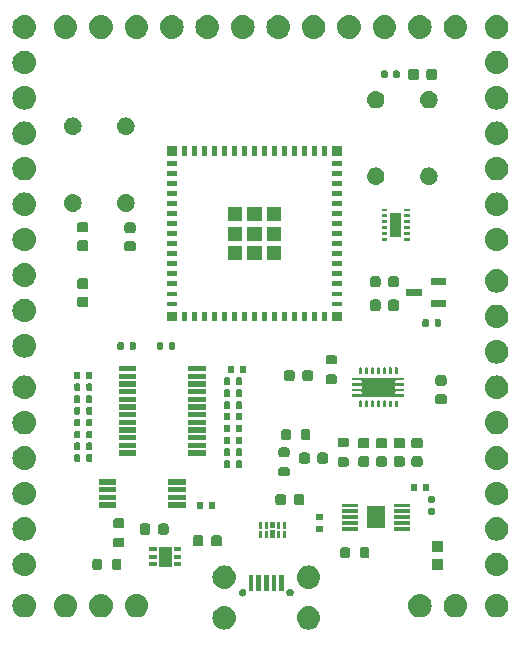
<source format=gbr>
%TF.GenerationSoftware,KiCad,Pcbnew,8.0.6*%
%TF.CreationDate,2024-11-27T15:15:38-08:00*%
%TF.ProjectId,DeskCleanerRobot,4465736b-436c-4656-916e-6572526f626f,rev?*%
%TF.SameCoordinates,Original*%
%TF.FileFunction,Soldermask,Top*%
%TF.FilePolarity,Negative*%
%FSLAX46Y46*%
G04 Gerber Fmt 4.6, Leading zero omitted, Abs format (unit mm)*
G04 Created by KiCad (PCBNEW 8.0.6) date 2024-11-27 15:15:38*
%MOMM*%
%LPD*%
G01*
G04 APERTURE LIST*
G04 APERTURE END LIST*
G36*
X117619603Y-82551667D02*
G01*
X117806727Y-82608430D01*
X117979181Y-82700609D01*
X118130339Y-82824661D01*
X118254391Y-82975819D01*
X118346570Y-83148273D01*
X118403333Y-83335397D01*
X118422500Y-83530000D01*
X118403333Y-83724603D01*
X118346570Y-83911727D01*
X118254391Y-84084181D01*
X118130339Y-84235339D01*
X117979181Y-84359391D01*
X117806727Y-84451570D01*
X117619603Y-84508333D01*
X117425000Y-84527500D01*
X117230397Y-84508333D01*
X117043273Y-84451570D01*
X116870819Y-84359391D01*
X116719661Y-84235339D01*
X116595609Y-84084181D01*
X116503430Y-83911727D01*
X116446667Y-83724603D01*
X116427500Y-83530000D01*
X116446667Y-83335397D01*
X116503430Y-83148273D01*
X116595609Y-82975819D01*
X116719661Y-82824661D01*
X116870819Y-82700609D01*
X117043273Y-82608430D01*
X117230397Y-82551667D01*
X117425000Y-82532500D01*
X117619603Y-82551667D01*
G37*
G36*
X124769603Y-82551667D02*
G01*
X124956727Y-82608430D01*
X125129181Y-82700609D01*
X125280339Y-82824661D01*
X125404391Y-82975819D01*
X125496570Y-83148273D01*
X125553333Y-83335397D01*
X125572500Y-83530000D01*
X125553333Y-83724603D01*
X125496570Y-83911727D01*
X125404391Y-84084181D01*
X125280339Y-84235339D01*
X125129181Y-84359391D01*
X124956727Y-84451570D01*
X124769603Y-84508333D01*
X124575000Y-84527500D01*
X124380397Y-84508333D01*
X124193273Y-84451570D01*
X124020819Y-84359391D01*
X123869661Y-84235339D01*
X123745609Y-84084181D01*
X123653430Y-83911727D01*
X123596667Y-83724603D01*
X123577500Y-83530000D01*
X123596667Y-83335397D01*
X123653430Y-83148273D01*
X123745609Y-82975819D01*
X123869661Y-82824661D01*
X124020819Y-82700609D01*
X124193273Y-82608430D01*
X124380397Y-82551667D01*
X124575000Y-82532500D01*
X124769603Y-82551667D01*
G37*
G36*
X100695090Y-81519215D02*
G01*
X100882683Y-81576120D01*
X101055570Y-81668530D01*
X101207107Y-81792893D01*
X101331470Y-81944430D01*
X101423880Y-82117317D01*
X101480785Y-82304910D01*
X101500000Y-82500000D01*
X101480785Y-82695090D01*
X101423880Y-82882683D01*
X101331470Y-83055570D01*
X101207107Y-83207107D01*
X101055570Y-83331470D01*
X100882683Y-83423880D01*
X100695090Y-83480785D01*
X100500000Y-83500000D01*
X100304910Y-83480785D01*
X100117317Y-83423880D01*
X99944430Y-83331470D01*
X99792893Y-83207107D01*
X99668530Y-83055570D01*
X99576120Y-82882683D01*
X99519215Y-82695090D01*
X99500000Y-82500000D01*
X99519215Y-82304910D01*
X99576120Y-82117317D01*
X99668530Y-81944430D01*
X99792893Y-81792893D01*
X99944430Y-81668530D01*
X100117317Y-81576120D01*
X100304910Y-81519215D01*
X100500000Y-81500000D01*
X100695090Y-81519215D01*
G37*
G36*
X104195090Y-81519215D02*
G01*
X104382683Y-81576120D01*
X104555570Y-81668530D01*
X104707107Y-81792893D01*
X104831470Y-81944430D01*
X104923880Y-82117317D01*
X104980785Y-82304910D01*
X105000000Y-82500000D01*
X104980785Y-82695090D01*
X104923880Y-82882683D01*
X104831470Y-83055570D01*
X104707107Y-83207107D01*
X104555570Y-83331470D01*
X104382683Y-83423880D01*
X104195090Y-83480785D01*
X104000000Y-83500000D01*
X103804910Y-83480785D01*
X103617317Y-83423880D01*
X103444430Y-83331470D01*
X103292893Y-83207107D01*
X103168530Y-83055570D01*
X103076120Y-82882683D01*
X103019215Y-82695090D01*
X103000000Y-82500000D01*
X103019215Y-82304910D01*
X103076120Y-82117317D01*
X103168530Y-81944430D01*
X103292893Y-81792893D01*
X103444430Y-81668530D01*
X103617317Y-81576120D01*
X103804910Y-81519215D01*
X104000000Y-81500000D01*
X104195090Y-81519215D01*
G37*
G36*
X107195090Y-81519215D02*
G01*
X107382683Y-81576120D01*
X107555570Y-81668530D01*
X107707107Y-81792893D01*
X107831470Y-81944430D01*
X107923880Y-82117317D01*
X107980785Y-82304910D01*
X108000000Y-82500000D01*
X107980785Y-82695090D01*
X107923880Y-82882683D01*
X107831470Y-83055570D01*
X107707107Y-83207107D01*
X107555570Y-83331470D01*
X107382683Y-83423880D01*
X107195090Y-83480785D01*
X107000000Y-83500000D01*
X106804910Y-83480785D01*
X106617317Y-83423880D01*
X106444430Y-83331470D01*
X106292893Y-83207107D01*
X106168530Y-83055570D01*
X106076120Y-82882683D01*
X106019215Y-82695090D01*
X106000000Y-82500000D01*
X106019215Y-82304910D01*
X106076120Y-82117317D01*
X106168530Y-81944430D01*
X106292893Y-81792893D01*
X106444430Y-81668530D01*
X106617317Y-81576120D01*
X106804910Y-81519215D01*
X107000000Y-81500000D01*
X107195090Y-81519215D01*
G37*
G36*
X110195090Y-81519215D02*
G01*
X110382683Y-81576120D01*
X110555570Y-81668530D01*
X110707107Y-81792893D01*
X110831470Y-81944430D01*
X110923880Y-82117317D01*
X110980785Y-82304910D01*
X111000000Y-82500000D01*
X110980785Y-82695090D01*
X110923880Y-82882683D01*
X110831470Y-83055570D01*
X110707107Y-83207107D01*
X110555570Y-83331470D01*
X110382683Y-83423880D01*
X110195090Y-83480785D01*
X110000000Y-83500000D01*
X109804910Y-83480785D01*
X109617317Y-83423880D01*
X109444430Y-83331470D01*
X109292893Y-83207107D01*
X109168530Y-83055570D01*
X109076120Y-82882683D01*
X109019215Y-82695090D01*
X109000000Y-82500000D01*
X109019215Y-82304910D01*
X109076120Y-82117317D01*
X109168530Y-81944430D01*
X109292893Y-81792893D01*
X109444430Y-81668530D01*
X109617317Y-81576120D01*
X109804910Y-81519215D01*
X110000000Y-81500000D01*
X110195090Y-81519215D01*
G37*
G36*
X134195090Y-81519215D02*
G01*
X134382683Y-81576120D01*
X134555570Y-81668530D01*
X134707107Y-81792893D01*
X134831470Y-81944430D01*
X134923880Y-82117317D01*
X134980785Y-82304910D01*
X135000000Y-82500000D01*
X134980785Y-82695090D01*
X134923880Y-82882683D01*
X134831470Y-83055570D01*
X134707107Y-83207107D01*
X134555570Y-83331470D01*
X134382683Y-83423880D01*
X134195090Y-83480785D01*
X134000000Y-83500000D01*
X133804910Y-83480785D01*
X133617317Y-83423880D01*
X133444430Y-83331470D01*
X133292893Y-83207107D01*
X133168530Y-83055570D01*
X133076120Y-82882683D01*
X133019215Y-82695090D01*
X133000000Y-82500000D01*
X133019215Y-82304910D01*
X133076120Y-82117317D01*
X133168530Y-81944430D01*
X133292893Y-81792893D01*
X133444430Y-81668530D01*
X133617317Y-81576120D01*
X133804910Y-81519215D01*
X134000000Y-81500000D01*
X134195090Y-81519215D01*
G37*
G36*
X137195090Y-81519215D02*
G01*
X137382683Y-81576120D01*
X137555570Y-81668530D01*
X137707107Y-81792893D01*
X137831470Y-81944430D01*
X137923880Y-82117317D01*
X137980785Y-82304910D01*
X138000000Y-82500000D01*
X137980785Y-82695090D01*
X137923880Y-82882683D01*
X137831470Y-83055570D01*
X137707107Y-83207107D01*
X137555570Y-83331470D01*
X137382683Y-83423880D01*
X137195090Y-83480785D01*
X137000000Y-83500000D01*
X136804910Y-83480785D01*
X136617317Y-83423880D01*
X136444430Y-83331470D01*
X136292893Y-83207107D01*
X136168530Y-83055570D01*
X136076120Y-82882683D01*
X136019215Y-82695090D01*
X136000000Y-82500000D01*
X136019215Y-82304910D01*
X136076120Y-82117317D01*
X136168530Y-81944430D01*
X136292893Y-81792893D01*
X136444430Y-81668530D01*
X136617317Y-81576120D01*
X136804910Y-81519215D01*
X137000000Y-81500000D01*
X137195090Y-81519215D01*
G37*
G36*
X140695090Y-81519215D02*
G01*
X140882683Y-81576120D01*
X141055570Y-81668530D01*
X141207107Y-81792893D01*
X141331470Y-81944430D01*
X141423880Y-82117317D01*
X141480785Y-82304910D01*
X141500000Y-82500000D01*
X141480785Y-82695090D01*
X141423880Y-82882683D01*
X141331470Y-83055570D01*
X141207107Y-83207107D01*
X141055570Y-83331470D01*
X140882683Y-83423880D01*
X140695090Y-83480785D01*
X140500000Y-83500000D01*
X140304910Y-83480785D01*
X140117317Y-83423880D01*
X139944430Y-83331470D01*
X139792893Y-83207107D01*
X139668530Y-83055570D01*
X139576120Y-82882683D01*
X139519215Y-82695090D01*
X139500000Y-82500000D01*
X139519215Y-82304910D01*
X139576120Y-82117317D01*
X139668530Y-81944430D01*
X139792893Y-81792893D01*
X139944430Y-81668530D01*
X140117317Y-81576120D01*
X140304910Y-81519215D01*
X140500000Y-81500000D01*
X140695090Y-81519215D01*
G37*
G36*
X119027174Y-81079937D02*
G01*
X119056436Y-81079937D01*
X119078978Y-81088141D01*
X119100237Y-81091509D01*
X119130265Y-81106809D01*
X119162500Y-81118542D01*
X119176735Y-81130487D01*
X119190658Y-81137581D01*
X119219175Y-81166098D01*
X119248964Y-81191094D01*
X119255511Y-81202434D01*
X119262418Y-81209341D01*
X119284345Y-81252375D01*
X119305400Y-81288843D01*
X119306708Y-81296266D01*
X119308490Y-81299762D01*
X119318770Y-81364668D01*
X119325000Y-81400000D01*
X119318769Y-81435335D01*
X119308490Y-81500237D01*
X119306709Y-81503731D01*
X119305400Y-81511157D01*
X119284340Y-81547631D01*
X119262418Y-81590658D01*
X119255512Y-81597563D01*
X119248964Y-81608906D01*
X119219168Y-81633907D01*
X119190658Y-81662418D01*
X119176738Y-81669510D01*
X119162500Y-81681458D01*
X119130258Y-81693193D01*
X119100237Y-81708490D01*
X119078983Y-81711856D01*
X119056436Y-81720063D01*
X119027168Y-81720063D01*
X119000000Y-81724366D01*
X118972832Y-81720063D01*
X118943564Y-81720063D01*
X118921017Y-81711856D01*
X118899762Y-81708490D01*
X118869737Y-81693191D01*
X118837500Y-81681458D01*
X118823262Y-81669511D01*
X118809341Y-81662418D01*
X118780824Y-81633901D01*
X118751036Y-81608906D01*
X118744488Y-81597565D01*
X118737581Y-81590658D01*
X118715650Y-81547617D01*
X118694600Y-81511157D01*
X118693291Y-81503734D01*
X118691509Y-81500237D01*
X118681220Y-81435279D01*
X118675000Y-81400000D01*
X118681220Y-81364723D01*
X118691509Y-81299762D01*
X118693291Y-81296263D01*
X118694600Y-81288843D01*
X118715646Y-81252390D01*
X118737581Y-81209341D01*
X118744489Y-81202432D01*
X118751036Y-81191094D01*
X118780818Y-81166103D01*
X118809341Y-81137581D01*
X118823265Y-81130485D01*
X118837500Y-81118542D01*
X118869731Y-81106810D01*
X118899762Y-81091509D01*
X118921022Y-81088141D01*
X118943564Y-81079937D01*
X118972825Y-81079937D01*
X119000000Y-81075633D01*
X119027174Y-81079937D01*
G37*
G36*
X123027174Y-81079937D02*
G01*
X123056436Y-81079937D01*
X123078978Y-81088141D01*
X123100237Y-81091509D01*
X123130265Y-81106809D01*
X123162500Y-81118542D01*
X123176735Y-81130487D01*
X123190658Y-81137581D01*
X123219175Y-81166098D01*
X123248964Y-81191094D01*
X123255511Y-81202434D01*
X123262418Y-81209341D01*
X123284345Y-81252375D01*
X123305400Y-81288843D01*
X123306708Y-81296266D01*
X123308490Y-81299762D01*
X123318770Y-81364668D01*
X123325000Y-81400000D01*
X123318769Y-81435335D01*
X123308490Y-81500237D01*
X123306709Y-81503731D01*
X123305400Y-81511157D01*
X123284340Y-81547631D01*
X123262418Y-81590658D01*
X123255512Y-81597563D01*
X123248964Y-81608906D01*
X123219168Y-81633907D01*
X123190658Y-81662418D01*
X123176738Y-81669510D01*
X123162500Y-81681458D01*
X123130258Y-81693193D01*
X123100237Y-81708490D01*
X123078983Y-81711856D01*
X123056436Y-81720063D01*
X123027168Y-81720063D01*
X123000000Y-81724366D01*
X122972832Y-81720063D01*
X122943564Y-81720063D01*
X122921017Y-81711856D01*
X122899762Y-81708490D01*
X122869737Y-81693191D01*
X122837500Y-81681458D01*
X122823262Y-81669511D01*
X122809341Y-81662418D01*
X122780824Y-81633901D01*
X122751036Y-81608906D01*
X122744488Y-81597565D01*
X122737581Y-81590658D01*
X122715650Y-81547617D01*
X122694600Y-81511157D01*
X122693291Y-81503734D01*
X122691509Y-81500237D01*
X122681220Y-81435279D01*
X122675000Y-81400000D01*
X122681220Y-81364723D01*
X122691509Y-81299762D01*
X122693291Y-81296263D01*
X122694600Y-81288843D01*
X122715646Y-81252390D01*
X122737581Y-81209341D01*
X122744489Y-81202432D01*
X122751036Y-81191094D01*
X122780818Y-81166103D01*
X122809341Y-81137581D01*
X122823265Y-81130485D01*
X122837500Y-81118542D01*
X122869731Y-81106810D01*
X122899762Y-81091509D01*
X122921022Y-81088141D01*
X122943564Y-81079937D01*
X122972825Y-81079937D01*
X123000000Y-81075633D01*
X123027174Y-81079937D01*
G37*
G36*
X119900000Y-81280000D02*
G01*
X119500000Y-81280000D01*
X119500000Y-79880000D01*
X119900000Y-79880000D01*
X119900000Y-81280000D01*
G37*
G36*
X120550000Y-81280000D02*
G01*
X120150000Y-81280000D01*
X120150000Y-79880000D01*
X120550000Y-79880000D01*
X120550000Y-81280000D01*
G37*
G36*
X121200000Y-81280000D02*
G01*
X120800000Y-81280000D01*
X120800000Y-79880000D01*
X121200000Y-79880000D01*
X121200000Y-81280000D01*
G37*
G36*
X121850000Y-81280000D02*
G01*
X121450000Y-81280000D01*
X121450000Y-79880000D01*
X121850000Y-79880000D01*
X121850000Y-81280000D01*
G37*
G36*
X122500000Y-81280000D02*
G01*
X122100000Y-81280000D01*
X122100000Y-79880000D01*
X122500000Y-79880000D01*
X122500000Y-81280000D01*
G37*
G36*
X117619603Y-79101667D02*
G01*
X117806727Y-79158430D01*
X117979181Y-79250609D01*
X118130339Y-79374661D01*
X118254391Y-79525819D01*
X118346570Y-79698273D01*
X118403333Y-79885397D01*
X118422500Y-80080000D01*
X118403333Y-80274603D01*
X118346570Y-80461727D01*
X118254391Y-80634181D01*
X118130339Y-80785339D01*
X117979181Y-80909391D01*
X117806727Y-81001570D01*
X117619603Y-81058333D01*
X117425000Y-81077500D01*
X117230397Y-81058333D01*
X117043273Y-81001570D01*
X116870819Y-80909391D01*
X116719661Y-80785339D01*
X116595609Y-80634181D01*
X116503430Y-80461727D01*
X116446667Y-80274603D01*
X116427500Y-80080000D01*
X116446667Y-79885397D01*
X116503430Y-79698273D01*
X116595609Y-79525819D01*
X116719661Y-79374661D01*
X116870819Y-79250609D01*
X117043273Y-79158430D01*
X117230397Y-79101667D01*
X117425000Y-79082500D01*
X117619603Y-79101667D01*
G37*
G36*
X124769603Y-79101667D02*
G01*
X124956727Y-79158430D01*
X125129181Y-79250609D01*
X125280339Y-79374661D01*
X125404391Y-79525819D01*
X125496570Y-79698273D01*
X125553333Y-79885397D01*
X125572500Y-80080000D01*
X125553333Y-80274603D01*
X125496570Y-80461727D01*
X125404391Y-80634181D01*
X125280339Y-80785339D01*
X125129181Y-80909391D01*
X124956727Y-81001570D01*
X124769603Y-81058333D01*
X124575000Y-81077500D01*
X124380397Y-81058333D01*
X124193273Y-81001570D01*
X124020819Y-80909391D01*
X123869661Y-80785339D01*
X123745609Y-80634181D01*
X123653430Y-80461727D01*
X123596667Y-80274603D01*
X123577500Y-80080000D01*
X123596667Y-79885397D01*
X123653430Y-79698273D01*
X123745609Y-79525819D01*
X123869661Y-79374661D01*
X124020819Y-79250609D01*
X124193273Y-79158430D01*
X124380397Y-79101667D01*
X124575000Y-79082500D01*
X124769603Y-79101667D01*
G37*
G36*
X100695090Y-78019215D02*
G01*
X100882683Y-78076120D01*
X101055570Y-78168530D01*
X101207107Y-78292893D01*
X101331470Y-78444430D01*
X101423880Y-78617317D01*
X101480785Y-78804910D01*
X101500000Y-79000000D01*
X101480785Y-79195090D01*
X101423880Y-79382683D01*
X101331470Y-79555570D01*
X101207107Y-79707107D01*
X101055570Y-79831470D01*
X100882683Y-79923880D01*
X100695090Y-79980785D01*
X100500000Y-80000000D01*
X100304910Y-79980785D01*
X100117317Y-79923880D01*
X99944430Y-79831470D01*
X99792893Y-79707107D01*
X99668530Y-79555570D01*
X99576120Y-79382683D01*
X99519215Y-79195090D01*
X99500000Y-79000000D01*
X99519215Y-78804910D01*
X99576120Y-78617317D01*
X99668530Y-78444430D01*
X99792893Y-78292893D01*
X99944430Y-78168530D01*
X100117317Y-78076120D01*
X100304910Y-78019215D01*
X100500000Y-78000000D01*
X100695090Y-78019215D01*
G37*
G36*
X140695090Y-78019215D02*
G01*
X140882683Y-78076120D01*
X141055570Y-78168530D01*
X141207107Y-78292893D01*
X141331470Y-78444430D01*
X141423880Y-78617317D01*
X141480785Y-78804910D01*
X141500000Y-79000000D01*
X141480785Y-79195090D01*
X141423880Y-79382683D01*
X141331470Y-79555570D01*
X141207107Y-79707107D01*
X141055570Y-79831470D01*
X140882683Y-79923880D01*
X140695090Y-79980785D01*
X140500000Y-80000000D01*
X140304910Y-79980785D01*
X140117317Y-79923880D01*
X139944430Y-79831470D01*
X139792893Y-79707107D01*
X139668530Y-79555570D01*
X139576120Y-79382683D01*
X139519215Y-79195090D01*
X139500000Y-79000000D01*
X139519215Y-78804910D01*
X139576120Y-78617317D01*
X139668530Y-78444430D01*
X139792893Y-78292893D01*
X139944430Y-78168530D01*
X140117317Y-78076120D01*
X140304910Y-78019215D01*
X140500000Y-78000000D01*
X140695090Y-78019215D01*
G37*
G36*
X106951537Y-78540224D02*
G01*
X107016421Y-78583579D01*
X107059776Y-78648463D01*
X107075000Y-78725000D01*
X107075000Y-79275000D01*
X107059776Y-79351537D01*
X107016421Y-79416421D01*
X106951537Y-79459776D01*
X106875000Y-79475000D01*
X106475000Y-79475000D01*
X106398463Y-79459776D01*
X106333579Y-79416421D01*
X106290224Y-79351537D01*
X106275000Y-79275000D01*
X106275000Y-78725000D01*
X106290224Y-78648463D01*
X106333579Y-78583579D01*
X106398463Y-78540224D01*
X106475000Y-78525000D01*
X106875000Y-78525000D01*
X106951537Y-78540224D01*
G37*
G36*
X108601537Y-78540224D02*
G01*
X108666421Y-78583579D01*
X108709776Y-78648463D01*
X108725000Y-78725000D01*
X108725000Y-79275000D01*
X108709776Y-79351537D01*
X108666421Y-79416421D01*
X108601537Y-79459776D01*
X108525000Y-79475000D01*
X108125000Y-79475000D01*
X108048463Y-79459776D01*
X107983579Y-79416421D01*
X107940224Y-79351537D01*
X107925000Y-79275000D01*
X107925000Y-78725000D01*
X107940224Y-78648463D01*
X107983579Y-78583579D01*
X108048463Y-78540224D01*
X108125000Y-78525000D01*
X108525000Y-78525000D01*
X108601537Y-78540224D01*
G37*
G36*
X135975000Y-79450000D02*
G01*
X135025000Y-79450000D01*
X135025000Y-78550000D01*
X135975000Y-78550000D01*
X135975000Y-79450000D01*
G37*
G36*
X113000000Y-79200000D02*
G01*
X111900000Y-79200000D01*
X111900000Y-77500000D01*
X113000000Y-77500000D01*
X113000000Y-79200000D01*
G37*
G36*
X111700000Y-79175000D02*
G01*
X111100000Y-79175000D01*
X111100000Y-78825000D01*
X111700000Y-78825000D01*
X111700000Y-79175000D01*
G37*
G36*
X113800000Y-79175000D02*
G01*
X113200000Y-79175000D01*
X113200000Y-78825000D01*
X113800000Y-78825000D01*
X113800000Y-79175000D01*
G37*
G36*
X111700000Y-78525000D02*
G01*
X111100000Y-78525000D01*
X111100000Y-78175000D01*
X111700000Y-78175000D01*
X111700000Y-78525000D01*
G37*
G36*
X113800000Y-78525000D02*
G01*
X113200000Y-78525000D01*
X113200000Y-78175000D01*
X113800000Y-78175000D01*
X113800000Y-78525000D01*
G37*
G36*
X127951537Y-77540224D02*
G01*
X128016421Y-77583579D01*
X128059776Y-77648463D01*
X128075000Y-77725000D01*
X128075000Y-78275000D01*
X128059776Y-78351537D01*
X128016421Y-78416421D01*
X127951537Y-78459776D01*
X127875000Y-78475000D01*
X127475000Y-78475000D01*
X127398463Y-78459776D01*
X127333579Y-78416421D01*
X127290224Y-78351537D01*
X127275000Y-78275000D01*
X127275000Y-77725000D01*
X127290224Y-77648463D01*
X127333579Y-77583579D01*
X127398463Y-77540224D01*
X127475000Y-77525000D01*
X127875000Y-77525000D01*
X127951537Y-77540224D01*
G37*
G36*
X129601537Y-77540224D02*
G01*
X129666421Y-77583579D01*
X129709776Y-77648463D01*
X129725000Y-77725000D01*
X129725000Y-78275000D01*
X129709776Y-78351537D01*
X129666421Y-78416421D01*
X129601537Y-78459776D01*
X129525000Y-78475000D01*
X129125000Y-78475000D01*
X129048463Y-78459776D01*
X128983579Y-78416421D01*
X128940224Y-78351537D01*
X128925000Y-78275000D01*
X128925000Y-77725000D01*
X128940224Y-77648463D01*
X128983579Y-77583579D01*
X129048463Y-77540224D01*
X129125000Y-77525000D01*
X129525000Y-77525000D01*
X129601537Y-77540224D01*
G37*
G36*
X135975000Y-77950000D02*
G01*
X135025000Y-77950000D01*
X135025000Y-77050000D01*
X135975000Y-77050000D01*
X135975000Y-77950000D01*
G37*
G36*
X111700000Y-77875000D02*
G01*
X111100000Y-77875000D01*
X111100000Y-77525000D01*
X111700000Y-77525000D01*
X111700000Y-77875000D01*
G37*
G36*
X113800000Y-77875000D02*
G01*
X113200000Y-77875000D01*
X113200000Y-77525000D01*
X113800000Y-77525000D01*
X113800000Y-77875000D01*
G37*
G36*
X108851537Y-76765224D02*
G01*
X108916421Y-76808579D01*
X108959776Y-76873463D01*
X108975000Y-76950000D01*
X108975000Y-77350000D01*
X108959776Y-77426537D01*
X108916421Y-77491421D01*
X108851537Y-77534776D01*
X108775000Y-77550000D01*
X108225000Y-77550000D01*
X108148463Y-77534776D01*
X108083579Y-77491421D01*
X108040224Y-77426537D01*
X108025000Y-77350000D01*
X108025000Y-76950000D01*
X108040224Y-76873463D01*
X108083579Y-76808579D01*
X108148463Y-76765224D01*
X108225000Y-76750000D01*
X108775000Y-76750000D01*
X108851537Y-76765224D01*
G37*
G36*
X115536104Y-76542127D02*
G01*
X115609099Y-76590901D01*
X115657873Y-76663896D01*
X115675000Y-76750000D01*
X115675000Y-77250000D01*
X115657873Y-77336104D01*
X115609099Y-77409099D01*
X115536104Y-77457873D01*
X115450000Y-77475000D01*
X115000000Y-77475000D01*
X114913896Y-77457873D01*
X114840901Y-77409099D01*
X114792127Y-77336104D01*
X114775000Y-77250000D01*
X114775000Y-76750000D01*
X114792127Y-76663896D01*
X114840901Y-76590901D01*
X114913896Y-76542127D01*
X115000000Y-76525000D01*
X115450000Y-76525000D01*
X115536104Y-76542127D01*
G37*
G36*
X117086104Y-76542127D02*
G01*
X117159099Y-76590901D01*
X117207873Y-76663896D01*
X117225000Y-76750000D01*
X117225000Y-77250000D01*
X117207873Y-77336104D01*
X117159099Y-77409099D01*
X117086104Y-77457873D01*
X117000000Y-77475000D01*
X116550000Y-77475000D01*
X116463896Y-77457873D01*
X116390901Y-77409099D01*
X116342127Y-77336104D01*
X116325000Y-77250000D01*
X116325000Y-76750000D01*
X116342127Y-76663896D01*
X116390901Y-76590901D01*
X116463896Y-76542127D01*
X116550000Y-76525000D01*
X117000000Y-76525000D01*
X117086104Y-76542127D01*
G37*
G36*
X100695090Y-75019215D02*
G01*
X100882683Y-75076120D01*
X101055570Y-75168530D01*
X101207107Y-75292893D01*
X101331470Y-75444430D01*
X101423880Y-75617317D01*
X101480785Y-75804910D01*
X101500000Y-76000000D01*
X101480785Y-76195090D01*
X101423880Y-76382683D01*
X101331470Y-76555570D01*
X101207107Y-76707107D01*
X101055570Y-76831470D01*
X100882683Y-76923880D01*
X100695090Y-76980785D01*
X100500000Y-77000000D01*
X100304910Y-76980785D01*
X100117317Y-76923880D01*
X99944430Y-76831470D01*
X99792893Y-76707107D01*
X99668530Y-76555570D01*
X99576120Y-76382683D01*
X99519215Y-76195090D01*
X99500000Y-76000000D01*
X99519215Y-75804910D01*
X99576120Y-75617317D01*
X99668530Y-75444430D01*
X99792893Y-75292893D01*
X99944430Y-75168530D01*
X100117317Y-75076120D01*
X100304910Y-75019215D01*
X100500000Y-75000000D01*
X100695090Y-75019215D01*
G37*
G36*
X140695090Y-75019215D02*
G01*
X140882683Y-75076120D01*
X141055570Y-75168530D01*
X141207107Y-75292893D01*
X141331470Y-75444430D01*
X141423880Y-75617317D01*
X141480785Y-75804910D01*
X141500000Y-76000000D01*
X141480785Y-76195090D01*
X141423880Y-76382683D01*
X141331470Y-76555570D01*
X141207107Y-76707107D01*
X141055570Y-76831470D01*
X140882683Y-76923880D01*
X140695090Y-76980785D01*
X140500000Y-77000000D01*
X140304910Y-76980785D01*
X140117317Y-76923880D01*
X139944430Y-76831470D01*
X139792893Y-76707107D01*
X139668530Y-76555570D01*
X139576120Y-76382683D01*
X139519215Y-76195090D01*
X139500000Y-76000000D01*
X139519215Y-75804910D01*
X139576120Y-75617317D01*
X139668530Y-75444430D01*
X139792893Y-75292893D01*
X139944430Y-75168530D01*
X140117317Y-75076120D01*
X140304910Y-75019215D01*
X140500000Y-75000000D01*
X140695090Y-75019215D01*
G37*
G36*
X120625000Y-76788500D02*
G01*
X120375000Y-76788500D01*
X120375000Y-76163500D01*
X120625000Y-76163500D01*
X120625000Y-76788500D01*
G37*
G36*
X121125000Y-76788500D02*
G01*
X120875000Y-76788500D01*
X120875000Y-76163500D01*
X121125000Y-76163500D01*
X121125000Y-76788500D01*
G37*
G36*
X122125000Y-76788500D02*
G01*
X121875000Y-76788500D01*
X121875000Y-76163500D01*
X122125000Y-76163500D01*
X122125000Y-76788500D01*
G37*
G36*
X122625000Y-76788500D02*
G01*
X122375000Y-76788500D01*
X122375000Y-76163500D01*
X122625000Y-76163500D01*
X122625000Y-76788500D01*
G37*
G36*
X121725000Y-76788000D02*
G01*
X121275000Y-76788000D01*
X121275000Y-76088000D01*
X121725000Y-76088000D01*
X121725000Y-76788000D01*
G37*
G36*
X111036104Y-75542127D02*
G01*
X111109099Y-75590901D01*
X111157873Y-75663896D01*
X111175000Y-75750000D01*
X111175000Y-76250000D01*
X111157873Y-76336104D01*
X111109099Y-76409099D01*
X111036104Y-76457873D01*
X110950000Y-76475000D01*
X110500000Y-76475000D01*
X110413896Y-76457873D01*
X110340901Y-76409099D01*
X110292127Y-76336104D01*
X110275000Y-76250000D01*
X110275000Y-75750000D01*
X110292127Y-75663896D01*
X110340901Y-75590901D01*
X110413896Y-75542127D01*
X110500000Y-75525000D01*
X110950000Y-75525000D01*
X111036104Y-75542127D01*
G37*
G36*
X112586104Y-75542127D02*
G01*
X112659099Y-75590901D01*
X112707873Y-75663896D01*
X112725000Y-75750000D01*
X112725000Y-76250000D01*
X112707873Y-76336104D01*
X112659099Y-76409099D01*
X112586104Y-76457873D01*
X112500000Y-76475000D01*
X112050000Y-76475000D01*
X111963896Y-76457873D01*
X111890901Y-76409099D01*
X111842127Y-76336104D01*
X111825000Y-76250000D01*
X111825000Y-75750000D01*
X111842127Y-75663896D01*
X111890901Y-75590901D01*
X111963896Y-75542127D01*
X112050000Y-75525000D01*
X112500000Y-75525000D01*
X112586104Y-75542127D01*
G37*
G36*
X125736662Y-75750276D02*
G01*
X125780459Y-75779541D01*
X125809724Y-75823338D01*
X125820000Y-75875000D01*
X125820000Y-76145000D01*
X125809724Y-76196662D01*
X125780459Y-76240459D01*
X125736662Y-76269724D01*
X125685000Y-76280000D01*
X125315000Y-76280000D01*
X125263338Y-76269724D01*
X125219541Y-76240459D01*
X125190276Y-76196662D01*
X125180000Y-76145000D01*
X125180000Y-75875000D01*
X125190276Y-75823338D01*
X125219541Y-75779541D01*
X125263338Y-75750276D01*
X125315000Y-75740000D01*
X125685000Y-75740000D01*
X125736662Y-75750276D01*
G37*
G36*
X128800000Y-76150000D02*
G01*
X127400000Y-76150000D01*
X127400000Y-75850000D01*
X128800000Y-75850000D01*
X128800000Y-76150000D01*
G37*
G36*
X133200000Y-76150000D02*
G01*
X131800000Y-76150000D01*
X131800000Y-75850000D01*
X133200000Y-75850000D01*
X133200000Y-76150000D01*
G37*
G36*
X120625000Y-76013500D02*
G01*
X120375000Y-76013500D01*
X120375000Y-75388500D01*
X120625000Y-75388500D01*
X120625000Y-76013500D01*
G37*
G36*
X121125000Y-76013500D02*
G01*
X120875000Y-76013500D01*
X120875000Y-75388500D01*
X121125000Y-75388500D01*
X121125000Y-76013500D01*
G37*
G36*
X122125000Y-76012500D02*
G01*
X121875000Y-76012500D01*
X121875000Y-75387500D01*
X122125000Y-75387500D01*
X122125000Y-76012500D01*
G37*
G36*
X122625000Y-76012500D02*
G01*
X122375000Y-76012500D01*
X122375000Y-75387500D01*
X122625000Y-75387500D01*
X122625000Y-76012500D01*
G37*
G36*
X121725000Y-75962500D02*
G01*
X121275000Y-75962500D01*
X121275000Y-75387500D01*
X121725000Y-75387500D01*
X121725000Y-75962500D01*
G37*
G36*
X131085000Y-75940000D02*
G01*
X129515000Y-75940000D01*
X129515000Y-74060000D01*
X131085000Y-74060000D01*
X131085000Y-75940000D01*
G37*
G36*
X108851537Y-75115224D02*
G01*
X108916421Y-75158579D01*
X108959776Y-75223463D01*
X108975000Y-75300000D01*
X108975000Y-75700000D01*
X108959776Y-75776537D01*
X108916421Y-75841421D01*
X108851537Y-75884776D01*
X108775000Y-75900000D01*
X108225000Y-75900000D01*
X108148463Y-75884776D01*
X108083579Y-75841421D01*
X108040224Y-75776537D01*
X108025000Y-75700000D01*
X108025000Y-75300000D01*
X108040224Y-75223463D01*
X108083579Y-75158579D01*
X108148463Y-75115224D01*
X108225000Y-75100000D01*
X108775000Y-75100000D01*
X108851537Y-75115224D01*
G37*
G36*
X128800000Y-75650000D02*
G01*
X127400000Y-75650000D01*
X127400000Y-75350000D01*
X128800000Y-75350000D01*
X128800000Y-75650000D01*
G37*
G36*
X133200000Y-75650000D02*
G01*
X131800000Y-75650000D01*
X131800000Y-75350000D01*
X133200000Y-75350000D01*
X133200000Y-75650000D01*
G37*
G36*
X125736662Y-74730276D02*
G01*
X125780459Y-74759541D01*
X125809724Y-74803338D01*
X125820000Y-74855000D01*
X125820000Y-75125000D01*
X125809724Y-75176662D01*
X125780459Y-75220459D01*
X125736662Y-75249724D01*
X125685000Y-75260000D01*
X125315000Y-75260000D01*
X125263338Y-75249724D01*
X125219541Y-75220459D01*
X125190276Y-75176662D01*
X125180000Y-75125000D01*
X125180000Y-74855000D01*
X125190276Y-74803338D01*
X125219541Y-74759541D01*
X125263338Y-74730276D01*
X125315000Y-74720000D01*
X125685000Y-74720000D01*
X125736662Y-74730276D01*
G37*
G36*
X128800000Y-75150000D02*
G01*
X127400000Y-75150000D01*
X127400000Y-74850000D01*
X128800000Y-74850000D01*
X128800000Y-75150000D01*
G37*
G36*
X133200000Y-75150000D02*
G01*
X131800000Y-75150000D01*
X131800000Y-74850000D01*
X133200000Y-74850000D01*
X133200000Y-75150000D01*
G37*
G36*
X135236662Y-74260276D02*
G01*
X135280459Y-74289541D01*
X135309724Y-74333338D01*
X135320000Y-74385000D01*
X135320000Y-74655000D01*
X135309724Y-74706662D01*
X135280459Y-74750459D01*
X135236662Y-74779724D01*
X135185000Y-74790000D01*
X134815000Y-74790000D01*
X134763338Y-74779724D01*
X134719541Y-74750459D01*
X134690276Y-74706662D01*
X134680000Y-74655000D01*
X134680000Y-74385000D01*
X134690276Y-74333338D01*
X134719541Y-74289541D01*
X134763338Y-74260276D01*
X134815000Y-74250000D01*
X135185000Y-74250000D01*
X135236662Y-74260276D01*
G37*
G36*
X128800000Y-74650000D02*
G01*
X127400000Y-74650000D01*
X127400000Y-74350000D01*
X128800000Y-74350000D01*
X128800000Y-74650000D01*
G37*
G36*
X133200000Y-74650000D02*
G01*
X131800000Y-74650000D01*
X131800000Y-74350000D01*
X133200000Y-74350000D01*
X133200000Y-74650000D01*
G37*
G36*
X115576662Y-73690276D02*
G01*
X115620459Y-73719541D01*
X115649724Y-73763338D01*
X115660000Y-73815000D01*
X115660000Y-74185000D01*
X115649724Y-74236662D01*
X115620459Y-74280459D01*
X115576662Y-74309724D01*
X115525000Y-74320000D01*
X115255000Y-74320000D01*
X115203338Y-74309724D01*
X115159541Y-74280459D01*
X115130276Y-74236662D01*
X115120000Y-74185000D01*
X115120000Y-73815000D01*
X115130276Y-73763338D01*
X115159541Y-73719541D01*
X115203338Y-73690276D01*
X115255000Y-73680000D01*
X115525000Y-73680000D01*
X115576662Y-73690276D01*
G37*
G36*
X116596662Y-73690276D02*
G01*
X116640459Y-73719541D01*
X116669724Y-73763338D01*
X116680000Y-73815000D01*
X116680000Y-74185000D01*
X116669724Y-74236662D01*
X116640459Y-74280459D01*
X116596662Y-74309724D01*
X116545000Y-74320000D01*
X116275000Y-74320000D01*
X116223338Y-74309724D01*
X116179541Y-74280459D01*
X116150276Y-74236662D01*
X116140000Y-74185000D01*
X116140000Y-73815000D01*
X116150276Y-73763338D01*
X116179541Y-73719541D01*
X116223338Y-73690276D01*
X116275000Y-73680000D01*
X116545000Y-73680000D01*
X116596662Y-73690276D01*
G37*
G36*
X108299500Y-74200000D02*
G01*
X106824500Y-74200000D01*
X106824500Y-73750000D01*
X108299500Y-73750000D01*
X108299500Y-74200000D01*
G37*
G36*
X114175500Y-74200000D02*
G01*
X112700500Y-74200000D01*
X112700500Y-73750000D01*
X114175500Y-73750000D01*
X114175500Y-74200000D01*
G37*
G36*
X128800000Y-74150000D02*
G01*
X127400000Y-74150000D01*
X127400000Y-73850000D01*
X128800000Y-73850000D01*
X128800000Y-74150000D01*
G37*
G36*
X133200000Y-74150000D02*
G01*
X131800000Y-74150000D01*
X131800000Y-73850000D01*
X133200000Y-73850000D01*
X133200000Y-74150000D01*
G37*
G36*
X100695090Y-72019215D02*
G01*
X100882683Y-72076120D01*
X101055570Y-72168530D01*
X101207107Y-72292893D01*
X101331470Y-72444430D01*
X101423880Y-72617317D01*
X101480785Y-72804910D01*
X101500000Y-73000000D01*
X101480785Y-73195090D01*
X101423880Y-73382683D01*
X101331470Y-73555570D01*
X101207107Y-73707107D01*
X101055570Y-73831470D01*
X100882683Y-73923880D01*
X100695090Y-73980785D01*
X100500000Y-74000000D01*
X100304910Y-73980785D01*
X100117317Y-73923880D01*
X99944430Y-73831470D01*
X99792893Y-73707107D01*
X99668530Y-73555570D01*
X99576120Y-73382683D01*
X99519215Y-73195090D01*
X99500000Y-73000000D01*
X99519215Y-72804910D01*
X99576120Y-72617317D01*
X99668530Y-72444430D01*
X99792893Y-72292893D01*
X99944430Y-72168530D01*
X100117317Y-72076120D01*
X100304910Y-72019215D01*
X100500000Y-72000000D01*
X100695090Y-72019215D01*
G37*
G36*
X140695090Y-72019215D02*
G01*
X140882683Y-72076120D01*
X141055570Y-72168530D01*
X141207107Y-72292893D01*
X141331470Y-72444430D01*
X141423880Y-72617317D01*
X141480785Y-72804910D01*
X141500000Y-73000000D01*
X141480785Y-73195090D01*
X141423880Y-73382683D01*
X141331470Y-73555570D01*
X141207107Y-73707107D01*
X141055570Y-73831470D01*
X140882683Y-73923880D01*
X140695090Y-73980785D01*
X140500000Y-74000000D01*
X140304910Y-73980785D01*
X140117317Y-73923880D01*
X139944430Y-73831470D01*
X139792893Y-73707107D01*
X139668530Y-73555570D01*
X139576120Y-73382683D01*
X139519215Y-73195090D01*
X139500000Y-73000000D01*
X139519215Y-72804910D01*
X139576120Y-72617317D01*
X139668530Y-72444430D01*
X139792893Y-72292893D01*
X139944430Y-72168530D01*
X140117317Y-72076120D01*
X140304910Y-72019215D01*
X140500000Y-72000000D01*
X140695090Y-72019215D01*
G37*
G36*
X122536104Y-73042127D02*
G01*
X122609099Y-73090901D01*
X122657873Y-73163896D01*
X122675000Y-73250000D01*
X122675000Y-73750000D01*
X122657873Y-73836104D01*
X122609099Y-73909099D01*
X122536104Y-73957873D01*
X122450000Y-73975000D01*
X122000000Y-73975000D01*
X121913896Y-73957873D01*
X121840901Y-73909099D01*
X121792127Y-73836104D01*
X121775000Y-73750000D01*
X121775000Y-73250000D01*
X121792127Y-73163896D01*
X121840901Y-73090901D01*
X121913896Y-73042127D01*
X122000000Y-73025000D01*
X122450000Y-73025000D01*
X122536104Y-73042127D01*
G37*
G36*
X124086104Y-73042127D02*
G01*
X124159099Y-73090901D01*
X124207873Y-73163896D01*
X124225000Y-73250000D01*
X124225000Y-73750000D01*
X124207873Y-73836104D01*
X124159099Y-73909099D01*
X124086104Y-73957873D01*
X124000000Y-73975000D01*
X123550000Y-73975000D01*
X123463896Y-73957873D01*
X123390901Y-73909099D01*
X123342127Y-73836104D01*
X123325000Y-73750000D01*
X123325000Y-73250000D01*
X123342127Y-73163896D01*
X123390901Y-73090901D01*
X123463896Y-73042127D01*
X123550000Y-73025000D01*
X124000000Y-73025000D01*
X124086104Y-73042127D01*
G37*
G36*
X135236662Y-73240276D02*
G01*
X135280459Y-73269541D01*
X135309724Y-73313338D01*
X135320000Y-73365000D01*
X135320000Y-73635000D01*
X135309724Y-73686662D01*
X135280459Y-73730459D01*
X135236662Y-73759724D01*
X135185000Y-73770000D01*
X134815000Y-73770000D01*
X134763338Y-73759724D01*
X134719541Y-73730459D01*
X134690276Y-73686662D01*
X134680000Y-73635000D01*
X134680000Y-73365000D01*
X134690276Y-73313338D01*
X134719541Y-73269541D01*
X134763338Y-73240276D01*
X134815000Y-73230000D01*
X135185000Y-73230000D01*
X135236662Y-73240276D01*
G37*
G36*
X108299500Y-73550000D02*
G01*
X106824500Y-73550000D01*
X106824500Y-73100000D01*
X108299500Y-73100000D01*
X108299500Y-73550000D01*
G37*
G36*
X114175500Y-73550000D02*
G01*
X112700500Y-73550000D01*
X112700500Y-73100000D01*
X114175500Y-73100000D01*
X114175500Y-73550000D01*
G37*
G36*
X108299500Y-72900000D02*
G01*
X106824500Y-72900000D01*
X106824500Y-72450000D01*
X108299500Y-72450000D01*
X108299500Y-72900000D01*
G37*
G36*
X114175500Y-72900000D02*
G01*
X112700500Y-72900000D01*
X112700500Y-72450000D01*
X114175500Y-72450000D01*
X114175500Y-72900000D01*
G37*
G36*
X133676662Y-72190276D02*
G01*
X133720459Y-72219541D01*
X133749724Y-72263338D01*
X133760000Y-72315000D01*
X133760000Y-72685000D01*
X133749724Y-72736662D01*
X133720459Y-72780459D01*
X133676662Y-72809724D01*
X133625000Y-72820000D01*
X133355000Y-72820000D01*
X133303338Y-72809724D01*
X133259541Y-72780459D01*
X133230276Y-72736662D01*
X133220000Y-72685000D01*
X133220000Y-72315000D01*
X133230276Y-72263338D01*
X133259541Y-72219541D01*
X133303338Y-72190276D01*
X133355000Y-72180000D01*
X133625000Y-72180000D01*
X133676662Y-72190276D01*
G37*
G36*
X134696662Y-72190276D02*
G01*
X134740459Y-72219541D01*
X134769724Y-72263338D01*
X134780000Y-72315000D01*
X134780000Y-72685000D01*
X134769724Y-72736662D01*
X134740459Y-72780459D01*
X134696662Y-72809724D01*
X134645000Y-72820000D01*
X134375000Y-72820000D01*
X134323338Y-72809724D01*
X134279541Y-72780459D01*
X134250276Y-72736662D01*
X134240000Y-72685000D01*
X134240000Y-72315000D01*
X134250276Y-72263338D01*
X134279541Y-72219541D01*
X134323338Y-72190276D01*
X134375000Y-72180000D01*
X134645000Y-72180000D01*
X134696662Y-72190276D01*
G37*
G36*
X108299500Y-72250000D02*
G01*
X106824500Y-72250000D01*
X106824500Y-71800000D01*
X108299500Y-71800000D01*
X108299500Y-72250000D01*
G37*
G36*
X114175500Y-72250000D02*
G01*
X112700500Y-72250000D01*
X112700500Y-71800000D01*
X114175500Y-71800000D01*
X114175500Y-72250000D01*
G37*
G36*
X122851537Y-70765224D02*
G01*
X122916421Y-70808579D01*
X122959776Y-70873463D01*
X122975000Y-70950000D01*
X122975000Y-71350000D01*
X122959776Y-71426537D01*
X122916421Y-71491421D01*
X122851537Y-71534776D01*
X122775000Y-71550000D01*
X122225000Y-71550000D01*
X122148463Y-71534776D01*
X122083579Y-71491421D01*
X122040224Y-71426537D01*
X122025000Y-71350000D01*
X122025000Y-70950000D01*
X122040224Y-70873463D01*
X122083579Y-70808579D01*
X122148463Y-70765224D01*
X122225000Y-70750000D01*
X122775000Y-70750000D01*
X122851537Y-70765224D01*
G37*
G36*
X100695090Y-69019215D02*
G01*
X100882683Y-69076120D01*
X101055570Y-69168530D01*
X101207107Y-69292893D01*
X101331470Y-69444430D01*
X101423880Y-69617317D01*
X101480785Y-69804910D01*
X101500000Y-70000000D01*
X101480785Y-70195090D01*
X101423880Y-70382683D01*
X101331470Y-70555570D01*
X101207107Y-70707107D01*
X101055570Y-70831470D01*
X100882683Y-70923880D01*
X100695090Y-70980785D01*
X100500000Y-71000000D01*
X100304910Y-70980785D01*
X100117317Y-70923880D01*
X99944430Y-70831470D01*
X99792893Y-70707107D01*
X99668530Y-70555570D01*
X99576120Y-70382683D01*
X99519215Y-70195090D01*
X99500000Y-70000000D01*
X99519215Y-69804910D01*
X99576120Y-69617317D01*
X99668530Y-69444430D01*
X99792893Y-69292893D01*
X99944430Y-69168530D01*
X100117317Y-69076120D01*
X100304910Y-69019215D01*
X100500000Y-69000000D01*
X100695090Y-69019215D01*
G37*
G36*
X140695090Y-69019215D02*
G01*
X140882683Y-69076120D01*
X141055570Y-69168530D01*
X141207107Y-69292893D01*
X141331470Y-69444430D01*
X141423880Y-69617317D01*
X141480785Y-69804910D01*
X141500000Y-70000000D01*
X141480785Y-70195090D01*
X141423880Y-70382683D01*
X141331470Y-70555570D01*
X141207107Y-70707107D01*
X141055570Y-70831470D01*
X140882683Y-70923880D01*
X140695090Y-70980785D01*
X140500000Y-71000000D01*
X140304910Y-70980785D01*
X140117317Y-70923880D01*
X139944430Y-70831470D01*
X139792893Y-70707107D01*
X139668530Y-70555570D01*
X139576120Y-70382683D01*
X139519215Y-70195090D01*
X139500000Y-70000000D01*
X139519215Y-69804910D01*
X139576120Y-69617317D01*
X139668530Y-69444430D01*
X139792893Y-69292893D01*
X139944430Y-69168530D01*
X140117317Y-69076120D01*
X140304910Y-69019215D01*
X140500000Y-69000000D01*
X140695090Y-69019215D01*
G37*
G36*
X117851662Y-70190276D02*
G01*
X117895459Y-70219541D01*
X117924724Y-70263338D01*
X117935000Y-70315000D01*
X117935000Y-70685000D01*
X117924724Y-70736662D01*
X117895459Y-70780459D01*
X117851662Y-70809724D01*
X117800000Y-70820000D01*
X117530000Y-70820000D01*
X117478338Y-70809724D01*
X117434541Y-70780459D01*
X117405276Y-70736662D01*
X117395000Y-70685000D01*
X117395000Y-70315000D01*
X117405276Y-70263338D01*
X117434541Y-70219541D01*
X117478338Y-70190276D01*
X117530000Y-70180000D01*
X117800000Y-70180000D01*
X117851662Y-70190276D01*
G37*
G36*
X118871662Y-70190276D02*
G01*
X118915459Y-70219541D01*
X118944724Y-70263338D01*
X118955000Y-70315000D01*
X118955000Y-70685000D01*
X118944724Y-70736662D01*
X118915459Y-70780459D01*
X118871662Y-70809724D01*
X118820000Y-70820000D01*
X118550000Y-70820000D01*
X118498338Y-70809724D01*
X118454541Y-70780459D01*
X118425276Y-70736662D01*
X118415000Y-70685000D01*
X118415000Y-70315000D01*
X118425276Y-70263338D01*
X118454541Y-70219541D01*
X118498338Y-70190276D01*
X118550000Y-70180000D01*
X118820000Y-70180000D01*
X118871662Y-70190276D01*
G37*
G36*
X127851537Y-69940224D02*
G01*
X127916421Y-69983579D01*
X127959776Y-70048463D01*
X127975000Y-70125000D01*
X127975000Y-70525000D01*
X127959776Y-70601537D01*
X127916421Y-70666421D01*
X127851537Y-70709776D01*
X127775000Y-70725000D01*
X127225000Y-70725000D01*
X127148463Y-70709776D01*
X127083579Y-70666421D01*
X127040224Y-70601537D01*
X127025000Y-70525000D01*
X127025000Y-70125000D01*
X127040224Y-70048463D01*
X127083579Y-69983579D01*
X127148463Y-69940224D01*
X127225000Y-69925000D01*
X127775000Y-69925000D01*
X127851537Y-69940224D01*
G37*
G36*
X129586104Y-69842127D02*
G01*
X129659099Y-69890901D01*
X129707873Y-69963896D01*
X129725000Y-70050000D01*
X129725000Y-70500000D01*
X129707873Y-70586104D01*
X129659099Y-70659099D01*
X129586104Y-70707873D01*
X129500000Y-70725000D01*
X129000000Y-70725000D01*
X128913896Y-70707873D01*
X128840901Y-70659099D01*
X128792127Y-70586104D01*
X128775000Y-70500000D01*
X128775000Y-70050000D01*
X128792127Y-69963896D01*
X128840901Y-69890901D01*
X128913896Y-69842127D01*
X129000000Y-69825000D01*
X129500000Y-69825000D01*
X129586104Y-69842127D01*
G37*
G36*
X131086104Y-69842127D02*
G01*
X131159099Y-69890901D01*
X131207873Y-69963896D01*
X131225000Y-70050000D01*
X131225000Y-70500000D01*
X131207873Y-70586104D01*
X131159099Y-70659099D01*
X131086104Y-70707873D01*
X131000000Y-70725000D01*
X130500000Y-70725000D01*
X130413896Y-70707873D01*
X130340901Y-70659099D01*
X130292127Y-70586104D01*
X130275000Y-70500000D01*
X130275000Y-70050000D01*
X130292127Y-69963896D01*
X130340901Y-69890901D01*
X130413896Y-69842127D01*
X130500000Y-69825000D01*
X131000000Y-69825000D01*
X131086104Y-69842127D01*
G37*
G36*
X132586104Y-69842127D02*
G01*
X132659099Y-69890901D01*
X132707873Y-69963896D01*
X132725000Y-70050000D01*
X132725000Y-70500000D01*
X132707873Y-70586104D01*
X132659099Y-70659099D01*
X132586104Y-70707873D01*
X132500000Y-70725000D01*
X132000000Y-70725000D01*
X131913896Y-70707873D01*
X131840901Y-70659099D01*
X131792127Y-70586104D01*
X131775000Y-70500000D01*
X131775000Y-70050000D01*
X131792127Y-69963896D01*
X131840901Y-69890901D01*
X131913896Y-69842127D01*
X132000000Y-69825000D01*
X132500000Y-69825000D01*
X132586104Y-69842127D01*
G37*
G36*
X134086104Y-69842127D02*
G01*
X134159099Y-69890901D01*
X134207873Y-69963896D01*
X134225000Y-70050000D01*
X134225000Y-70500000D01*
X134207873Y-70586104D01*
X134159099Y-70659099D01*
X134086104Y-70707873D01*
X134000000Y-70725000D01*
X133500000Y-70725000D01*
X133413896Y-70707873D01*
X133340901Y-70659099D01*
X133292127Y-70586104D01*
X133275000Y-70500000D01*
X133275000Y-70050000D01*
X133292127Y-69963896D01*
X133340901Y-69890901D01*
X133413896Y-69842127D01*
X133500000Y-69825000D01*
X134000000Y-69825000D01*
X134086104Y-69842127D01*
G37*
G36*
X124536104Y-69542127D02*
G01*
X124609099Y-69590901D01*
X124657873Y-69663896D01*
X124675000Y-69750000D01*
X124675000Y-70250000D01*
X124657873Y-70336104D01*
X124609099Y-70409099D01*
X124536104Y-70457873D01*
X124450000Y-70475000D01*
X124000000Y-70475000D01*
X123913896Y-70457873D01*
X123840901Y-70409099D01*
X123792127Y-70336104D01*
X123775000Y-70250000D01*
X123775000Y-69750000D01*
X123792127Y-69663896D01*
X123840901Y-69590901D01*
X123913896Y-69542127D01*
X124000000Y-69525000D01*
X124450000Y-69525000D01*
X124536104Y-69542127D01*
G37*
G36*
X126086104Y-69542127D02*
G01*
X126159099Y-69590901D01*
X126207873Y-69663896D01*
X126225000Y-69750000D01*
X126225000Y-70250000D01*
X126207873Y-70336104D01*
X126159099Y-70409099D01*
X126086104Y-70457873D01*
X126000000Y-70475000D01*
X125550000Y-70475000D01*
X125463896Y-70457873D01*
X125390901Y-70409099D01*
X125342127Y-70336104D01*
X125325000Y-70250000D01*
X125325000Y-69750000D01*
X125342127Y-69663896D01*
X125390901Y-69590901D01*
X125463896Y-69542127D01*
X125550000Y-69525000D01*
X126000000Y-69525000D01*
X126086104Y-69542127D01*
G37*
G36*
X105176662Y-69690276D02*
G01*
X105220459Y-69719541D01*
X105249724Y-69763338D01*
X105260000Y-69815000D01*
X105260000Y-70185000D01*
X105249724Y-70236662D01*
X105220459Y-70280459D01*
X105176662Y-70309724D01*
X105125000Y-70320000D01*
X104855000Y-70320000D01*
X104803338Y-70309724D01*
X104759541Y-70280459D01*
X104730276Y-70236662D01*
X104720000Y-70185000D01*
X104720000Y-69815000D01*
X104730276Y-69763338D01*
X104759541Y-69719541D01*
X104803338Y-69690276D01*
X104855000Y-69680000D01*
X105125000Y-69680000D01*
X105176662Y-69690276D01*
G37*
G36*
X106196662Y-69690276D02*
G01*
X106240459Y-69719541D01*
X106269724Y-69763338D01*
X106280000Y-69815000D01*
X106280000Y-70185000D01*
X106269724Y-70236662D01*
X106240459Y-70280459D01*
X106196662Y-70309724D01*
X106145000Y-70320000D01*
X105875000Y-70320000D01*
X105823338Y-70309724D01*
X105779541Y-70280459D01*
X105750276Y-70236662D01*
X105740000Y-70185000D01*
X105740000Y-69815000D01*
X105750276Y-69763338D01*
X105779541Y-69719541D01*
X105823338Y-69690276D01*
X105875000Y-69680000D01*
X106145000Y-69680000D01*
X106196662Y-69690276D01*
G37*
G36*
X122851537Y-69115224D02*
G01*
X122916421Y-69158579D01*
X122959776Y-69223463D01*
X122975000Y-69300000D01*
X122975000Y-69700000D01*
X122959776Y-69776537D01*
X122916421Y-69841421D01*
X122851537Y-69884776D01*
X122775000Y-69900000D01*
X122225000Y-69900000D01*
X122148463Y-69884776D01*
X122083579Y-69841421D01*
X122040224Y-69776537D01*
X122025000Y-69700000D01*
X122025000Y-69300000D01*
X122040224Y-69223463D01*
X122083579Y-69158579D01*
X122148463Y-69115224D01*
X122225000Y-69100000D01*
X122775000Y-69100000D01*
X122851537Y-69115224D01*
G37*
G36*
X117851662Y-69190276D02*
G01*
X117895459Y-69219541D01*
X117924724Y-69263338D01*
X117935000Y-69315000D01*
X117935000Y-69685000D01*
X117924724Y-69736662D01*
X117895459Y-69780459D01*
X117851662Y-69809724D01*
X117800000Y-69820000D01*
X117530000Y-69820000D01*
X117478338Y-69809724D01*
X117434541Y-69780459D01*
X117405276Y-69736662D01*
X117395000Y-69685000D01*
X117395000Y-69315000D01*
X117405276Y-69263338D01*
X117434541Y-69219541D01*
X117478338Y-69190276D01*
X117530000Y-69180000D01*
X117800000Y-69180000D01*
X117851662Y-69190276D01*
G37*
G36*
X118871662Y-69190276D02*
G01*
X118915459Y-69219541D01*
X118944724Y-69263338D01*
X118955000Y-69315000D01*
X118955000Y-69685000D01*
X118944724Y-69736662D01*
X118915459Y-69780459D01*
X118871662Y-69809724D01*
X118820000Y-69820000D01*
X118550000Y-69820000D01*
X118498338Y-69809724D01*
X118454541Y-69780459D01*
X118425276Y-69736662D01*
X118415000Y-69685000D01*
X118415000Y-69315000D01*
X118425276Y-69263338D01*
X118454541Y-69219541D01*
X118498338Y-69190276D01*
X118550000Y-69180000D01*
X118820000Y-69180000D01*
X118871662Y-69190276D01*
G37*
G36*
X109999500Y-69800000D02*
G01*
X108524500Y-69800000D01*
X108524500Y-69350000D01*
X109999500Y-69350000D01*
X109999500Y-69800000D01*
G37*
G36*
X115875500Y-69800000D02*
G01*
X114400500Y-69800000D01*
X114400500Y-69350000D01*
X115875500Y-69350000D01*
X115875500Y-69800000D01*
G37*
G36*
X105176662Y-68690276D02*
G01*
X105220459Y-68719541D01*
X105249724Y-68763338D01*
X105260000Y-68815000D01*
X105260000Y-69185000D01*
X105249724Y-69236662D01*
X105220459Y-69280459D01*
X105176662Y-69309724D01*
X105125000Y-69320000D01*
X104855000Y-69320000D01*
X104803338Y-69309724D01*
X104759541Y-69280459D01*
X104730276Y-69236662D01*
X104720000Y-69185000D01*
X104720000Y-68815000D01*
X104730276Y-68763338D01*
X104759541Y-68719541D01*
X104803338Y-68690276D01*
X104855000Y-68680000D01*
X105125000Y-68680000D01*
X105176662Y-68690276D01*
G37*
G36*
X106196662Y-68690276D02*
G01*
X106240459Y-68719541D01*
X106269724Y-68763338D01*
X106280000Y-68815000D01*
X106280000Y-69185000D01*
X106269724Y-69236662D01*
X106240459Y-69280459D01*
X106196662Y-69309724D01*
X106145000Y-69320000D01*
X105875000Y-69320000D01*
X105823338Y-69309724D01*
X105779541Y-69280459D01*
X105750276Y-69236662D01*
X105740000Y-69185000D01*
X105740000Y-68815000D01*
X105750276Y-68763338D01*
X105779541Y-68719541D01*
X105823338Y-68690276D01*
X105875000Y-68680000D01*
X106145000Y-68680000D01*
X106196662Y-68690276D01*
G37*
G36*
X129586104Y-68292127D02*
G01*
X129659099Y-68340901D01*
X129707873Y-68413896D01*
X129725000Y-68500000D01*
X129725000Y-68950000D01*
X129707873Y-69036104D01*
X129659099Y-69109099D01*
X129586104Y-69157873D01*
X129500000Y-69175000D01*
X129000000Y-69175000D01*
X128913896Y-69157873D01*
X128840901Y-69109099D01*
X128792127Y-69036104D01*
X128775000Y-68950000D01*
X128775000Y-68500000D01*
X128792127Y-68413896D01*
X128840901Y-68340901D01*
X128913896Y-68292127D01*
X129000000Y-68275000D01*
X129500000Y-68275000D01*
X129586104Y-68292127D01*
G37*
G36*
X131086104Y-68292127D02*
G01*
X131159099Y-68340901D01*
X131207873Y-68413896D01*
X131225000Y-68500000D01*
X131225000Y-68950000D01*
X131207873Y-69036104D01*
X131159099Y-69109099D01*
X131086104Y-69157873D01*
X131000000Y-69175000D01*
X130500000Y-69175000D01*
X130413896Y-69157873D01*
X130340901Y-69109099D01*
X130292127Y-69036104D01*
X130275000Y-68950000D01*
X130275000Y-68500000D01*
X130292127Y-68413896D01*
X130340901Y-68340901D01*
X130413896Y-68292127D01*
X130500000Y-68275000D01*
X131000000Y-68275000D01*
X131086104Y-68292127D01*
G37*
G36*
X132586104Y-68292127D02*
G01*
X132659099Y-68340901D01*
X132707873Y-68413896D01*
X132725000Y-68500000D01*
X132725000Y-68950000D01*
X132707873Y-69036104D01*
X132659099Y-69109099D01*
X132586104Y-69157873D01*
X132500000Y-69175000D01*
X132000000Y-69175000D01*
X131913896Y-69157873D01*
X131840901Y-69109099D01*
X131792127Y-69036104D01*
X131775000Y-68950000D01*
X131775000Y-68500000D01*
X131792127Y-68413896D01*
X131840901Y-68340901D01*
X131913896Y-68292127D01*
X132000000Y-68275000D01*
X132500000Y-68275000D01*
X132586104Y-68292127D01*
G37*
G36*
X134086104Y-68292127D02*
G01*
X134159099Y-68340901D01*
X134207873Y-68413896D01*
X134225000Y-68500000D01*
X134225000Y-68950000D01*
X134207873Y-69036104D01*
X134159099Y-69109099D01*
X134086104Y-69157873D01*
X134000000Y-69175000D01*
X133500000Y-69175000D01*
X133413896Y-69157873D01*
X133340901Y-69109099D01*
X133292127Y-69036104D01*
X133275000Y-68950000D01*
X133275000Y-68500000D01*
X133292127Y-68413896D01*
X133340901Y-68340901D01*
X133413896Y-68292127D01*
X133500000Y-68275000D01*
X134000000Y-68275000D01*
X134086104Y-68292127D01*
G37*
G36*
X109999500Y-69150000D02*
G01*
X108524500Y-69150000D01*
X108524500Y-68700000D01*
X109999500Y-68700000D01*
X109999500Y-69150000D01*
G37*
G36*
X115875500Y-69150000D02*
G01*
X114400500Y-69150000D01*
X114400500Y-68700000D01*
X115875500Y-68700000D01*
X115875500Y-69150000D01*
G37*
G36*
X127851537Y-68290224D02*
G01*
X127916421Y-68333579D01*
X127959776Y-68398463D01*
X127975000Y-68475000D01*
X127975000Y-68875000D01*
X127959776Y-68951537D01*
X127916421Y-69016421D01*
X127851537Y-69059776D01*
X127775000Y-69075000D01*
X127225000Y-69075000D01*
X127148463Y-69059776D01*
X127083579Y-69016421D01*
X127040224Y-68951537D01*
X127025000Y-68875000D01*
X127025000Y-68475000D01*
X127040224Y-68398463D01*
X127083579Y-68333579D01*
X127148463Y-68290224D01*
X127225000Y-68275000D01*
X127775000Y-68275000D01*
X127851537Y-68290224D01*
G37*
G36*
X117851662Y-68190276D02*
G01*
X117895459Y-68219541D01*
X117924724Y-68263338D01*
X117935000Y-68315000D01*
X117935000Y-68685000D01*
X117924724Y-68736662D01*
X117895459Y-68780459D01*
X117851662Y-68809724D01*
X117800000Y-68820000D01*
X117530000Y-68820000D01*
X117478338Y-68809724D01*
X117434541Y-68780459D01*
X117405276Y-68736662D01*
X117395000Y-68685000D01*
X117395000Y-68315000D01*
X117405276Y-68263338D01*
X117434541Y-68219541D01*
X117478338Y-68190276D01*
X117530000Y-68180000D01*
X117800000Y-68180000D01*
X117851662Y-68190276D01*
G37*
G36*
X118871662Y-68190276D02*
G01*
X118915459Y-68219541D01*
X118944724Y-68263338D01*
X118955000Y-68315000D01*
X118955000Y-68685000D01*
X118944724Y-68736662D01*
X118915459Y-68780459D01*
X118871662Y-68809724D01*
X118820000Y-68820000D01*
X118550000Y-68820000D01*
X118498338Y-68809724D01*
X118454541Y-68780459D01*
X118425276Y-68736662D01*
X118415000Y-68685000D01*
X118415000Y-68315000D01*
X118425276Y-68263338D01*
X118454541Y-68219541D01*
X118498338Y-68190276D01*
X118550000Y-68180000D01*
X118820000Y-68180000D01*
X118871662Y-68190276D01*
G37*
G36*
X109999500Y-68500000D02*
G01*
X108524500Y-68500000D01*
X108524500Y-68050000D01*
X109999500Y-68050000D01*
X109999500Y-68500000D01*
G37*
G36*
X115875500Y-68500000D02*
G01*
X114400500Y-68500000D01*
X114400500Y-68050000D01*
X115875500Y-68050000D01*
X115875500Y-68500000D01*
G37*
G36*
X122951537Y-67540224D02*
G01*
X123016421Y-67583579D01*
X123059776Y-67648463D01*
X123075000Y-67725000D01*
X123075000Y-68275000D01*
X123059776Y-68351537D01*
X123016421Y-68416421D01*
X122951537Y-68459776D01*
X122875000Y-68475000D01*
X122475000Y-68475000D01*
X122398463Y-68459776D01*
X122333579Y-68416421D01*
X122290224Y-68351537D01*
X122275000Y-68275000D01*
X122275000Y-67725000D01*
X122290224Y-67648463D01*
X122333579Y-67583579D01*
X122398463Y-67540224D01*
X122475000Y-67525000D01*
X122875000Y-67525000D01*
X122951537Y-67540224D01*
G37*
G36*
X124601537Y-67540224D02*
G01*
X124666421Y-67583579D01*
X124709776Y-67648463D01*
X124725000Y-67725000D01*
X124725000Y-68275000D01*
X124709776Y-68351537D01*
X124666421Y-68416421D01*
X124601537Y-68459776D01*
X124525000Y-68475000D01*
X124125000Y-68475000D01*
X124048463Y-68459776D01*
X123983579Y-68416421D01*
X123940224Y-68351537D01*
X123925000Y-68275000D01*
X123925000Y-67725000D01*
X123940224Y-67648463D01*
X123983579Y-67583579D01*
X124048463Y-67540224D01*
X124125000Y-67525000D01*
X124525000Y-67525000D01*
X124601537Y-67540224D01*
G37*
G36*
X105176662Y-67690276D02*
G01*
X105220459Y-67719541D01*
X105249724Y-67763338D01*
X105260000Y-67815000D01*
X105260000Y-68185000D01*
X105249724Y-68236662D01*
X105220459Y-68280459D01*
X105176662Y-68309724D01*
X105125000Y-68320000D01*
X104855000Y-68320000D01*
X104803338Y-68309724D01*
X104759541Y-68280459D01*
X104730276Y-68236662D01*
X104720000Y-68185000D01*
X104720000Y-67815000D01*
X104730276Y-67763338D01*
X104759541Y-67719541D01*
X104803338Y-67690276D01*
X104855000Y-67680000D01*
X105125000Y-67680000D01*
X105176662Y-67690276D01*
G37*
G36*
X106196662Y-67690276D02*
G01*
X106240459Y-67719541D01*
X106269724Y-67763338D01*
X106280000Y-67815000D01*
X106280000Y-68185000D01*
X106269724Y-68236662D01*
X106240459Y-68280459D01*
X106196662Y-68309724D01*
X106145000Y-68320000D01*
X105875000Y-68320000D01*
X105823338Y-68309724D01*
X105779541Y-68280459D01*
X105750276Y-68236662D01*
X105740000Y-68185000D01*
X105740000Y-67815000D01*
X105750276Y-67763338D01*
X105779541Y-67719541D01*
X105823338Y-67690276D01*
X105875000Y-67680000D01*
X106145000Y-67680000D01*
X106196662Y-67690276D01*
G37*
G36*
X100695090Y-66019215D02*
G01*
X100882683Y-66076120D01*
X101055570Y-66168530D01*
X101207107Y-66292893D01*
X101331470Y-66444430D01*
X101423880Y-66617317D01*
X101480785Y-66804910D01*
X101500000Y-67000000D01*
X101480785Y-67195090D01*
X101423880Y-67382683D01*
X101331470Y-67555570D01*
X101207107Y-67707107D01*
X101055570Y-67831470D01*
X100882683Y-67923880D01*
X100695090Y-67980785D01*
X100500000Y-68000000D01*
X100304910Y-67980785D01*
X100117317Y-67923880D01*
X99944430Y-67831470D01*
X99792893Y-67707107D01*
X99668530Y-67555570D01*
X99576120Y-67382683D01*
X99519215Y-67195090D01*
X99500000Y-67000000D01*
X99519215Y-66804910D01*
X99576120Y-66617317D01*
X99668530Y-66444430D01*
X99792893Y-66292893D01*
X99944430Y-66168530D01*
X100117317Y-66076120D01*
X100304910Y-66019215D01*
X100500000Y-66000000D01*
X100695090Y-66019215D01*
G37*
G36*
X140695090Y-66019215D02*
G01*
X140882683Y-66076120D01*
X141055570Y-66168530D01*
X141207107Y-66292893D01*
X141331470Y-66444430D01*
X141423880Y-66617317D01*
X141480785Y-66804910D01*
X141500000Y-67000000D01*
X141480785Y-67195090D01*
X141423880Y-67382683D01*
X141331470Y-67555570D01*
X141207107Y-67707107D01*
X141055570Y-67831470D01*
X140882683Y-67923880D01*
X140695090Y-67980785D01*
X140500000Y-68000000D01*
X140304910Y-67980785D01*
X140117317Y-67923880D01*
X139944430Y-67831470D01*
X139792893Y-67707107D01*
X139668530Y-67555570D01*
X139576120Y-67382683D01*
X139519215Y-67195090D01*
X139500000Y-67000000D01*
X139519215Y-66804910D01*
X139576120Y-66617317D01*
X139668530Y-66444430D01*
X139792893Y-66292893D01*
X139944430Y-66168530D01*
X140117317Y-66076120D01*
X140304910Y-66019215D01*
X140500000Y-66000000D01*
X140695090Y-66019215D01*
G37*
G36*
X109999500Y-67850000D02*
G01*
X108524500Y-67850000D01*
X108524500Y-67400000D01*
X109999500Y-67400000D01*
X109999500Y-67850000D01*
G37*
G36*
X115875500Y-67850000D02*
G01*
X114400500Y-67850000D01*
X114400500Y-67400000D01*
X115875500Y-67400000D01*
X115875500Y-67850000D01*
G37*
G36*
X117851662Y-67190276D02*
G01*
X117895459Y-67219541D01*
X117924724Y-67263338D01*
X117935000Y-67315000D01*
X117935000Y-67685000D01*
X117924724Y-67736662D01*
X117895459Y-67780459D01*
X117851662Y-67809724D01*
X117800000Y-67820000D01*
X117530000Y-67820000D01*
X117478338Y-67809724D01*
X117434541Y-67780459D01*
X117405276Y-67736662D01*
X117395000Y-67685000D01*
X117395000Y-67315000D01*
X117405276Y-67263338D01*
X117434541Y-67219541D01*
X117478338Y-67190276D01*
X117530000Y-67180000D01*
X117800000Y-67180000D01*
X117851662Y-67190276D01*
G37*
G36*
X118871662Y-67190276D02*
G01*
X118915459Y-67219541D01*
X118944724Y-67263338D01*
X118955000Y-67315000D01*
X118955000Y-67685000D01*
X118944724Y-67736662D01*
X118915459Y-67780459D01*
X118871662Y-67809724D01*
X118820000Y-67820000D01*
X118550000Y-67820000D01*
X118498338Y-67809724D01*
X118454541Y-67780459D01*
X118425276Y-67736662D01*
X118415000Y-67685000D01*
X118415000Y-67315000D01*
X118425276Y-67263338D01*
X118454541Y-67219541D01*
X118498338Y-67190276D01*
X118550000Y-67180000D01*
X118820000Y-67180000D01*
X118871662Y-67190276D01*
G37*
G36*
X105176662Y-66690276D02*
G01*
X105220459Y-66719541D01*
X105249724Y-66763338D01*
X105260000Y-66815000D01*
X105260000Y-67185000D01*
X105249724Y-67236662D01*
X105220459Y-67280459D01*
X105176662Y-67309724D01*
X105125000Y-67320000D01*
X104855000Y-67320000D01*
X104803338Y-67309724D01*
X104759541Y-67280459D01*
X104730276Y-67236662D01*
X104720000Y-67185000D01*
X104720000Y-66815000D01*
X104730276Y-66763338D01*
X104759541Y-66719541D01*
X104803338Y-66690276D01*
X104855000Y-66680000D01*
X105125000Y-66680000D01*
X105176662Y-66690276D01*
G37*
G36*
X106196662Y-66690276D02*
G01*
X106240459Y-66719541D01*
X106269724Y-66763338D01*
X106280000Y-66815000D01*
X106280000Y-67185000D01*
X106269724Y-67236662D01*
X106240459Y-67280459D01*
X106196662Y-67309724D01*
X106145000Y-67320000D01*
X105875000Y-67320000D01*
X105823338Y-67309724D01*
X105779541Y-67280459D01*
X105750276Y-67236662D01*
X105740000Y-67185000D01*
X105740000Y-66815000D01*
X105750276Y-66763338D01*
X105779541Y-66719541D01*
X105823338Y-66690276D01*
X105875000Y-66680000D01*
X106145000Y-66680000D01*
X106196662Y-66690276D01*
G37*
G36*
X109999500Y-67200000D02*
G01*
X108524500Y-67200000D01*
X108524500Y-66750000D01*
X109999500Y-66750000D01*
X109999500Y-67200000D01*
G37*
G36*
X115875500Y-67200000D02*
G01*
X114400500Y-67200000D01*
X114400500Y-66750000D01*
X115875500Y-66750000D01*
X115875500Y-67200000D01*
G37*
G36*
X117851662Y-66190276D02*
G01*
X117895459Y-66219541D01*
X117924724Y-66263338D01*
X117935000Y-66315000D01*
X117935000Y-66685000D01*
X117924724Y-66736662D01*
X117895459Y-66780459D01*
X117851662Y-66809724D01*
X117800000Y-66820000D01*
X117530000Y-66820000D01*
X117478338Y-66809724D01*
X117434541Y-66780459D01*
X117405276Y-66736662D01*
X117395000Y-66685000D01*
X117395000Y-66315000D01*
X117405276Y-66263338D01*
X117434541Y-66219541D01*
X117478338Y-66190276D01*
X117530000Y-66180000D01*
X117800000Y-66180000D01*
X117851662Y-66190276D01*
G37*
G36*
X118871662Y-66190276D02*
G01*
X118915459Y-66219541D01*
X118944724Y-66263338D01*
X118955000Y-66315000D01*
X118955000Y-66685000D01*
X118944724Y-66736662D01*
X118915459Y-66780459D01*
X118871662Y-66809724D01*
X118820000Y-66820000D01*
X118550000Y-66820000D01*
X118498338Y-66809724D01*
X118454541Y-66780459D01*
X118425276Y-66736662D01*
X118415000Y-66685000D01*
X118415000Y-66315000D01*
X118425276Y-66263338D01*
X118454541Y-66219541D01*
X118498338Y-66190276D01*
X118550000Y-66180000D01*
X118820000Y-66180000D01*
X118871662Y-66190276D01*
G37*
G36*
X109999500Y-66550000D02*
G01*
X108524500Y-66550000D01*
X108524500Y-66100000D01*
X109999500Y-66100000D01*
X109999500Y-66550000D01*
G37*
G36*
X115875500Y-66550000D02*
G01*
X114400500Y-66550000D01*
X114400500Y-66100000D01*
X115875500Y-66100000D01*
X115875500Y-66550000D01*
G37*
G36*
X105176662Y-65690276D02*
G01*
X105220459Y-65719541D01*
X105249724Y-65763338D01*
X105260000Y-65815000D01*
X105260000Y-66185000D01*
X105249724Y-66236662D01*
X105220459Y-66280459D01*
X105176662Y-66309724D01*
X105125000Y-66320000D01*
X104855000Y-66320000D01*
X104803338Y-66309724D01*
X104759541Y-66280459D01*
X104730276Y-66236662D01*
X104720000Y-66185000D01*
X104720000Y-65815000D01*
X104730276Y-65763338D01*
X104759541Y-65719541D01*
X104803338Y-65690276D01*
X104855000Y-65680000D01*
X105125000Y-65680000D01*
X105176662Y-65690276D01*
G37*
G36*
X106196662Y-65690276D02*
G01*
X106240459Y-65719541D01*
X106269724Y-65763338D01*
X106280000Y-65815000D01*
X106280000Y-66185000D01*
X106269724Y-66236662D01*
X106240459Y-66280459D01*
X106196662Y-66309724D01*
X106145000Y-66320000D01*
X105875000Y-66320000D01*
X105823338Y-66309724D01*
X105779541Y-66280459D01*
X105750276Y-66236662D01*
X105740000Y-66185000D01*
X105740000Y-65815000D01*
X105750276Y-65763338D01*
X105779541Y-65719541D01*
X105823338Y-65690276D01*
X105875000Y-65680000D01*
X106145000Y-65680000D01*
X106196662Y-65690276D01*
G37*
G36*
X109999500Y-65900000D02*
G01*
X108524500Y-65900000D01*
X108524500Y-65450000D01*
X109999500Y-65450000D01*
X109999500Y-65900000D01*
G37*
G36*
X115875500Y-65900000D02*
G01*
X114400500Y-65900000D01*
X114400500Y-65450000D01*
X115875500Y-65450000D01*
X115875500Y-65900000D01*
G37*
G36*
X117851662Y-65190276D02*
G01*
X117895459Y-65219541D01*
X117924724Y-65263338D01*
X117935000Y-65315000D01*
X117935000Y-65685000D01*
X117924724Y-65736662D01*
X117895459Y-65780459D01*
X117851662Y-65809724D01*
X117800000Y-65820000D01*
X117530000Y-65820000D01*
X117478338Y-65809724D01*
X117434541Y-65780459D01*
X117405276Y-65736662D01*
X117395000Y-65685000D01*
X117395000Y-65315000D01*
X117405276Y-65263338D01*
X117434541Y-65219541D01*
X117478338Y-65190276D01*
X117530000Y-65180000D01*
X117800000Y-65180000D01*
X117851662Y-65190276D01*
G37*
G36*
X118871662Y-65190276D02*
G01*
X118915459Y-65219541D01*
X118944724Y-65263338D01*
X118955000Y-65315000D01*
X118955000Y-65685000D01*
X118944724Y-65736662D01*
X118915459Y-65780459D01*
X118871662Y-65809724D01*
X118820000Y-65820000D01*
X118550000Y-65820000D01*
X118498338Y-65809724D01*
X118454541Y-65780459D01*
X118425276Y-65736662D01*
X118415000Y-65685000D01*
X118415000Y-65315000D01*
X118425276Y-65263338D01*
X118454541Y-65219541D01*
X118498338Y-65190276D01*
X118550000Y-65180000D01*
X118820000Y-65180000D01*
X118871662Y-65190276D01*
G37*
G36*
X129053668Y-65130224D02*
G01*
X129086776Y-65163332D01*
X129104694Y-65206589D01*
X129107000Y-65230000D01*
X129107000Y-65590000D01*
X129104694Y-65613411D01*
X129086776Y-65656668D01*
X129053668Y-65689776D01*
X129010411Y-65707694D01*
X128963589Y-65707694D01*
X128920332Y-65689776D01*
X128887224Y-65656668D01*
X128869306Y-65613411D01*
X128867000Y-65590000D01*
X128867000Y-65230000D01*
X128869306Y-65206589D01*
X128887224Y-65163332D01*
X128920332Y-65130224D01*
X128963589Y-65112306D01*
X129010411Y-65112306D01*
X129053668Y-65130224D01*
G37*
G36*
X129553668Y-65130224D02*
G01*
X129586776Y-65163332D01*
X129604694Y-65206589D01*
X129607000Y-65230000D01*
X129607000Y-65590000D01*
X129604694Y-65613411D01*
X129586776Y-65656668D01*
X129553668Y-65689776D01*
X129510411Y-65707694D01*
X129463589Y-65707694D01*
X129420332Y-65689776D01*
X129387224Y-65656668D01*
X129369306Y-65613411D01*
X129367000Y-65590000D01*
X129367000Y-65230000D01*
X129369306Y-65206589D01*
X129387224Y-65163332D01*
X129420332Y-65130224D01*
X129463589Y-65112306D01*
X129510411Y-65112306D01*
X129553668Y-65130224D01*
G37*
G36*
X130053668Y-65130224D02*
G01*
X130086776Y-65163332D01*
X130104694Y-65206589D01*
X130107000Y-65230000D01*
X130107000Y-65590000D01*
X130104694Y-65613411D01*
X130086776Y-65656668D01*
X130053668Y-65689776D01*
X130010411Y-65707694D01*
X129963589Y-65707694D01*
X129920332Y-65689776D01*
X129887224Y-65656668D01*
X129869306Y-65613411D01*
X129867000Y-65590000D01*
X129867000Y-65230000D01*
X129869306Y-65206589D01*
X129887224Y-65163332D01*
X129920332Y-65130224D01*
X129963589Y-65112306D01*
X130010411Y-65112306D01*
X130053668Y-65130224D01*
G37*
G36*
X130553668Y-65130224D02*
G01*
X130586776Y-65163332D01*
X130604694Y-65206589D01*
X130607000Y-65230000D01*
X130607000Y-65590000D01*
X130604694Y-65613411D01*
X130586776Y-65656668D01*
X130553668Y-65689776D01*
X130510411Y-65707694D01*
X130463589Y-65707694D01*
X130420332Y-65689776D01*
X130387224Y-65656668D01*
X130369306Y-65613411D01*
X130367000Y-65590000D01*
X130367000Y-65230000D01*
X130369306Y-65206589D01*
X130387224Y-65163332D01*
X130420332Y-65130224D01*
X130463589Y-65112306D01*
X130510411Y-65112306D01*
X130553668Y-65130224D01*
G37*
G36*
X131053668Y-65130224D02*
G01*
X131086776Y-65163332D01*
X131104694Y-65206589D01*
X131107000Y-65230000D01*
X131107000Y-65590000D01*
X131104694Y-65613411D01*
X131086776Y-65656668D01*
X131053668Y-65689776D01*
X131010411Y-65707694D01*
X130963589Y-65707694D01*
X130920332Y-65689776D01*
X130887224Y-65656668D01*
X130869306Y-65613411D01*
X130867000Y-65590000D01*
X130867000Y-65230000D01*
X130869306Y-65206589D01*
X130887224Y-65163332D01*
X130920332Y-65130224D01*
X130963589Y-65112306D01*
X131010411Y-65112306D01*
X131053668Y-65130224D01*
G37*
G36*
X131553668Y-65130224D02*
G01*
X131586776Y-65163332D01*
X131604694Y-65206589D01*
X131607000Y-65230000D01*
X131607000Y-65590000D01*
X131604694Y-65613411D01*
X131586776Y-65656668D01*
X131553668Y-65689776D01*
X131510411Y-65707694D01*
X131463589Y-65707694D01*
X131420332Y-65689776D01*
X131387224Y-65656668D01*
X131369306Y-65613411D01*
X131367000Y-65590000D01*
X131367000Y-65230000D01*
X131369306Y-65206589D01*
X131387224Y-65163332D01*
X131420332Y-65130224D01*
X131463589Y-65112306D01*
X131510411Y-65112306D01*
X131553668Y-65130224D01*
G37*
G36*
X132053668Y-65130224D02*
G01*
X132086776Y-65163332D01*
X132104694Y-65206589D01*
X132107000Y-65230000D01*
X132107000Y-65590000D01*
X132104694Y-65613411D01*
X132086776Y-65656668D01*
X132053668Y-65689776D01*
X132010411Y-65707694D01*
X131963589Y-65707694D01*
X131920332Y-65689776D01*
X131887224Y-65656668D01*
X131869306Y-65613411D01*
X131867000Y-65590000D01*
X131867000Y-65230000D01*
X131869306Y-65206589D01*
X131887224Y-65163332D01*
X131920332Y-65130224D01*
X131963589Y-65112306D01*
X132010411Y-65112306D01*
X132053668Y-65130224D01*
G37*
G36*
X136127462Y-64579151D02*
G01*
X136198430Y-64626570D01*
X136245849Y-64697538D01*
X136262500Y-64781250D01*
X136262500Y-65218750D01*
X136245849Y-65302462D01*
X136198430Y-65373430D01*
X136127462Y-65420849D01*
X136043750Y-65437500D01*
X135531250Y-65437500D01*
X135447538Y-65420849D01*
X135376570Y-65373430D01*
X135329151Y-65302462D01*
X135312500Y-65218750D01*
X135312500Y-64781250D01*
X135329151Y-64697538D01*
X135376570Y-64626570D01*
X135447538Y-64579151D01*
X135531250Y-64562500D01*
X136043750Y-64562500D01*
X136127462Y-64579151D01*
G37*
G36*
X105166662Y-64690276D02*
G01*
X105210459Y-64719541D01*
X105239724Y-64763338D01*
X105250000Y-64815000D01*
X105250000Y-65185000D01*
X105239724Y-65236662D01*
X105210459Y-65280459D01*
X105166662Y-65309724D01*
X105115000Y-65320000D01*
X104845000Y-65320000D01*
X104793338Y-65309724D01*
X104749541Y-65280459D01*
X104720276Y-65236662D01*
X104710000Y-65185000D01*
X104710000Y-64815000D01*
X104720276Y-64763338D01*
X104749541Y-64719541D01*
X104793338Y-64690276D01*
X104845000Y-64680000D01*
X105115000Y-64680000D01*
X105166662Y-64690276D01*
G37*
G36*
X106186662Y-64690276D02*
G01*
X106230459Y-64719541D01*
X106259724Y-64763338D01*
X106270000Y-64815000D01*
X106270000Y-65185000D01*
X106259724Y-65236662D01*
X106230459Y-65280459D01*
X106186662Y-65309724D01*
X106135000Y-65320000D01*
X105865000Y-65320000D01*
X105813338Y-65309724D01*
X105769541Y-65280459D01*
X105740276Y-65236662D01*
X105730000Y-65185000D01*
X105730000Y-64815000D01*
X105740276Y-64763338D01*
X105769541Y-64719541D01*
X105813338Y-64690276D01*
X105865000Y-64680000D01*
X106135000Y-64680000D01*
X106186662Y-64690276D01*
G37*
G36*
X109999500Y-65250000D02*
G01*
X108524500Y-65250000D01*
X108524500Y-64800000D01*
X109999500Y-64800000D01*
X109999500Y-65250000D01*
G37*
G36*
X115875500Y-65250000D02*
G01*
X114400500Y-65250000D01*
X114400500Y-64800000D01*
X115875500Y-64800000D01*
X115875500Y-65250000D01*
G37*
G36*
X100695090Y-63019215D02*
G01*
X100882683Y-63076120D01*
X101055570Y-63168530D01*
X101207107Y-63292893D01*
X101331470Y-63444430D01*
X101423880Y-63617317D01*
X101480785Y-63804910D01*
X101500000Y-64000000D01*
X101480785Y-64195090D01*
X101423880Y-64382683D01*
X101331470Y-64555570D01*
X101207107Y-64707107D01*
X101055570Y-64831470D01*
X100882683Y-64923880D01*
X100695090Y-64980785D01*
X100500000Y-65000000D01*
X100304910Y-64980785D01*
X100117317Y-64923880D01*
X99944430Y-64831470D01*
X99792893Y-64707107D01*
X99668530Y-64555570D01*
X99576120Y-64382683D01*
X99519215Y-64195090D01*
X99500000Y-64000000D01*
X99519215Y-63804910D01*
X99576120Y-63617317D01*
X99668530Y-63444430D01*
X99792893Y-63292893D01*
X99944430Y-63168530D01*
X100117317Y-63076120D01*
X100304910Y-63019215D01*
X100500000Y-63000000D01*
X100695090Y-63019215D01*
G37*
G36*
X140695090Y-63019215D02*
G01*
X140882683Y-63076120D01*
X141055570Y-63168530D01*
X141207107Y-63292893D01*
X141331470Y-63444430D01*
X141423880Y-63617317D01*
X141480785Y-63804910D01*
X141500000Y-64000000D01*
X141480785Y-64195090D01*
X141423880Y-64382683D01*
X141331470Y-64555570D01*
X141207107Y-64707107D01*
X141055570Y-64831470D01*
X140882683Y-64923880D01*
X140695090Y-64980785D01*
X140500000Y-65000000D01*
X140304910Y-64980785D01*
X140117317Y-64923880D01*
X139944430Y-64831470D01*
X139792893Y-64707107D01*
X139668530Y-64555570D01*
X139576120Y-64382683D01*
X139519215Y-64195090D01*
X139500000Y-64000000D01*
X139519215Y-63804910D01*
X139576120Y-63617317D01*
X139668530Y-63444430D01*
X139792893Y-63292893D01*
X139944430Y-63168530D01*
X140117317Y-63076120D01*
X140304910Y-63019215D01*
X140500000Y-63000000D01*
X140695090Y-63019215D01*
G37*
G36*
X117851662Y-64190276D02*
G01*
X117895459Y-64219541D01*
X117924724Y-64263338D01*
X117935000Y-64315000D01*
X117935000Y-64685000D01*
X117924724Y-64736662D01*
X117895459Y-64780459D01*
X117851662Y-64809724D01*
X117800000Y-64820000D01*
X117530000Y-64820000D01*
X117478338Y-64809724D01*
X117434541Y-64780459D01*
X117405276Y-64736662D01*
X117395000Y-64685000D01*
X117395000Y-64315000D01*
X117405276Y-64263338D01*
X117434541Y-64219541D01*
X117478338Y-64190276D01*
X117530000Y-64180000D01*
X117800000Y-64180000D01*
X117851662Y-64190276D01*
G37*
G36*
X118871662Y-64190276D02*
G01*
X118915459Y-64219541D01*
X118944724Y-64263338D01*
X118955000Y-64315000D01*
X118955000Y-64685000D01*
X118944724Y-64736662D01*
X118915459Y-64780459D01*
X118871662Y-64809724D01*
X118820000Y-64820000D01*
X118550000Y-64820000D01*
X118498338Y-64809724D01*
X118454541Y-64780459D01*
X118425276Y-64736662D01*
X118415000Y-64685000D01*
X118415000Y-64315000D01*
X118425276Y-64263338D01*
X118454541Y-64219541D01*
X118498338Y-64190276D01*
X118550000Y-64180000D01*
X118820000Y-64180000D01*
X118871662Y-64190276D01*
G37*
G36*
X129061500Y-63220049D02*
G01*
X129062000Y-63220050D01*
X129062000Y-63220000D01*
X131912000Y-63220000D01*
X131912000Y-63220049D01*
X131912500Y-63220050D01*
X131912500Y-63220000D01*
X132687500Y-63220000D01*
X132687500Y-63420000D01*
X131941755Y-63420000D01*
X131912000Y-63449755D01*
X131912000Y-63650244D01*
X131941756Y-63680000D01*
X132687500Y-63680000D01*
X132687500Y-63880000D01*
X131941755Y-63880000D01*
X131912000Y-63909755D01*
X131912000Y-64110244D01*
X131941756Y-64140000D01*
X132687500Y-64140000D01*
X132687500Y-64340000D01*
X131941755Y-64340000D01*
X131912000Y-64369755D01*
X131912000Y-64570244D01*
X131941756Y-64600000D01*
X132687500Y-64600000D01*
X132687500Y-64800000D01*
X131912500Y-64800000D01*
X131912500Y-64799949D01*
X131912000Y-64799949D01*
X131912000Y-64800000D01*
X129062000Y-64800000D01*
X129062000Y-64799949D01*
X129061500Y-64799949D01*
X129061500Y-64800000D01*
X128286500Y-64800000D01*
X128286500Y-64600000D01*
X129032243Y-64600000D01*
X129062000Y-64570243D01*
X129062000Y-64369756D01*
X129032244Y-64340000D01*
X128286500Y-64340000D01*
X128286500Y-64140000D01*
X129032243Y-64140000D01*
X129062000Y-64110243D01*
X129062000Y-63909756D01*
X129032244Y-63880000D01*
X128286500Y-63880000D01*
X128286500Y-63680000D01*
X129032243Y-63680000D01*
X129062000Y-63650243D01*
X129062000Y-63449756D01*
X129032244Y-63420000D01*
X128286500Y-63420000D01*
X128286500Y-63220000D01*
X129061500Y-63220000D01*
X129061500Y-63220049D01*
G37*
G36*
X109999500Y-64600000D02*
G01*
X108524500Y-64600000D01*
X108524500Y-64150000D01*
X109999500Y-64150000D01*
X109999500Y-64600000D01*
G37*
G36*
X115875500Y-64600000D02*
G01*
X114400500Y-64600000D01*
X114400500Y-64150000D01*
X115875500Y-64150000D01*
X115875500Y-64600000D01*
G37*
G36*
X105176662Y-63690276D02*
G01*
X105220459Y-63719541D01*
X105249724Y-63763338D01*
X105260000Y-63815000D01*
X105260000Y-64185000D01*
X105249724Y-64236662D01*
X105220459Y-64280459D01*
X105176662Y-64309724D01*
X105125000Y-64320000D01*
X104855000Y-64320000D01*
X104803338Y-64309724D01*
X104759541Y-64280459D01*
X104730276Y-64236662D01*
X104720000Y-64185000D01*
X104720000Y-63815000D01*
X104730276Y-63763338D01*
X104759541Y-63719541D01*
X104803338Y-63690276D01*
X104855000Y-63680000D01*
X105125000Y-63680000D01*
X105176662Y-63690276D01*
G37*
G36*
X106196662Y-63690276D02*
G01*
X106240459Y-63719541D01*
X106269724Y-63763338D01*
X106280000Y-63815000D01*
X106280000Y-64185000D01*
X106269724Y-64236662D01*
X106240459Y-64280459D01*
X106196662Y-64309724D01*
X106145000Y-64320000D01*
X105875000Y-64320000D01*
X105823338Y-64309724D01*
X105779541Y-64280459D01*
X105750276Y-64236662D01*
X105740000Y-64185000D01*
X105740000Y-63815000D01*
X105750276Y-63763338D01*
X105779541Y-63719541D01*
X105823338Y-63690276D01*
X105875000Y-63680000D01*
X106145000Y-63680000D01*
X106196662Y-63690276D01*
G37*
G36*
X109999500Y-63950000D02*
G01*
X108524500Y-63950000D01*
X108524500Y-63500000D01*
X109999500Y-63500000D01*
X109999500Y-63950000D01*
G37*
G36*
X115875500Y-63950000D02*
G01*
X114400500Y-63950000D01*
X114400500Y-63500000D01*
X115875500Y-63500000D01*
X115875500Y-63950000D01*
G37*
G36*
X136127462Y-63004151D02*
G01*
X136198430Y-63051570D01*
X136245849Y-63122538D01*
X136262500Y-63206250D01*
X136262500Y-63643750D01*
X136245849Y-63727462D01*
X136198430Y-63798430D01*
X136127462Y-63845849D01*
X136043750Y-63862500D01*
X135531250Y-63862500D01*
X135447538Y-63845849D01*
X135376570Y-63798430D01*
X135329151Y-63727462D01*
X135312500Y-63643750D01*
X135312500Y-63206250D01*
X135329151Y-63122538D01*
X135376570Y-63051570D01*
X135447538Y-63004151D01*
X135531250Y-62987500D01*
X136043750Y-62987500D01*
X136127462Y-63004151D01*
G37*
G36*
X117851662Y-63190276D02*
G01*
X117895459Y-63219541D01*
X117924724Y-63263338D01*
X117935000Y-63315000D01*
X117935000Y-63685000D01*
X117924724Y-63736662D01*
X117895459Y-63780459D01*
X117851662Y-63809724D01*
X117800000Y-63820000D01*
X117530000Y-63820000D01*
X117478338Y-63809724D01*
X117434541Y-63780459D01*
X117405276Y-63736662D01*
X117395000Y-63685000D01*
X117395000Y-63315000D01*
X117405276Y-63263338D01*
X117434541Y-63219541D01*
X117478338Y-63190276D01*
X117530000Y-63180000D01*
X117800000Y-63180000D01*
X117851662Y-63190276D01*
G37*
G36*
X118871662Y-63190276D02*
G01*
X118915459Y-63219541D01*
X118944724Y-63263338D01*
X118955000Y-63315000D01*
X118955000Y-63685000D01*
X118944724Y-63736662D01*
X118915459Y-63780459D01*
X118871662Y-63809724D01*
X118820000Y-63820000D01*
X118550000Y-63820000D01*
X118498338Y-63809724D01*
X118454541Y-63780459D01*
X118425276Y-63736662D01*
X118415000Y-63685000D01*
X118415000Y-63315000D01*
X118425276Y-63263338D01*
X118454541Y-63219541D01*
X118498338Y-63190276D01*
X118550000Y-63180000D01*
X118820000Y-63180000D01*
X118871662Y-63190276D01*
G37*
G36*
X126851537Y-62940224D02*
G01*
X126916421Y-62983579D01*
X126959776Y-63048463D01*
X126975000Y-63125000D01*
X126975000Y-63525000D01*
X126959776Y-63601537D01*
X126916421Y-63666421D01*
X126851537Y-63709776D01*
X126775000Y-63725000D01*
X126225000Y-63725000D01*
X126148463Y-63709776D01*
X126083579Y-63666421D01*
X126040224Y-63601537D01*
X126025000Y-63525000D01*
X126025000Y-63125000D01*
X126040224Y-63048463D01*
X126083579Y-62983579D01*
X126148463Y-62940224D01*
X126225000Y-62925000D01*
X126775000Y-62925000D01*
X126851537Y-62940224D01*
G37*
G36*
X123261104Y-62542127D02*
G01*
X123334099Y-62590901D01*
X123382873Y-62663896D01*
X123400000Y-62750000D01*
X123400000Y-63250000D01*
X123382873Y-63336104D01*
X123334099Y-63409099D01*
X123261104Y-63457873D01*
X123175000Y-63475000D01*
X122725000Y-63475000D01*
X122638896Y-63457873D01*
X122565901Y-63409099D01*
X122517127Y-63336104D01*
X122500000Y-63250000D01*
X122500000Y-62750000D01*
X122517127Y-62663896D01*
X122565901Y-62590901D01*
X122638896Y-62542127D01*
X122725000Y-62525000D01*
X123175000Y-62525000D01*
X123261104Y-62542127D01*
G37*
G36*
X124811104Y-62542127D02*
G01*
X124884099Y-62590901D01*
X124932873Y-62663896D01*
X124950000Y-62750000D01*
X124950000Y-63250000D01*
X124932873Y-63336104D01*
X124884099Y-63409099D01*
X124811104Y-63457873D01*
X124725000Y-63475000D01*
X124275000Y-63475000D01*
X124188896Y-63457873D01*
X124115901Y-63409099D01*
X124067127Y-63336104D01*
X124050000Y-63250000D01*
X124050000Y-62750000D01*
X124067127Y-62663896D01*
X124115901Y-62590901D01*
X124188896Y-62542127D01*
X124275000Y-62525000D01*
X124725000Y-62525000D01*
X124811104Y-62542127D01*
G37*
G36*
X105166662Y-62690276D02*
G01*
X105210459Y-62719541D01*
X105239724Y-62763338D01*
X105250000Y-62815000D01*
X105250000Y-63185000D01*
X105239724Y-63236662D01*
X105210459Y-63280459D01*
X105166662Y-63309724D01*
X105115000Y-63320000D01*
X104845000Y-63320000D01*
X104793338Y-63309724D01*
X104749541Y-63280459D01*
X104720276Y-63236662D01*
X104710000Y-63185000D01*
X104710000Y-62815000D01*
X104720276Y-62763338D01*
X104749541Y-62719541D01*
X104793338Y-62690276D01*
X104845000Y-62680000D01*
X105115000Y-62680000D01*
X105166662Y-62690276D01*
G37*
G36*
X106186662Y-62690276D02*
G01*
X106230459Y-62719541D01*
X106259724Y-62763338D01*
X106270000Y-62815000D01*
X106270000Y-63185000D01*
X106259724Y-63236662D01*
X106230459Y-63280459D01*
X106186662Y-63309724D01*
X106135000Y-63320000D01*
X105865000Y-63320000D01*
X105813338Y-63309724D01*
X105769541Y-63280459D01*
X105740276Y-63236662D01*
X105730000Y-63185000D01*
X105730000Y-62815000D01*
X105740276Y-62763338D01*
X105769541Y-62719541D01*
X105813338Y-62690276D01*
X105865000Y-62680000D01*
X106135000Y-62680000D01*
X106186662Y-62690276D01*
G37*
G36*
X109999500Y-63300000D02*
G01*
X108524500Y-63300000D01*
X108524500Y-62850000D01*
X109999500Y-62850000D01*
X109999500Y-63300000D01*
G37*
G36*
X115875500Y-63300000D02*
G01*
X114400500Y-63300000D01*
X114400500Y-62850000D01*
X115875500Y-62850000D01*
X115875500Y-63300000D01*
G37*
G36*
X129053668Y-62330224D02*
G01*
X129086776Y-62363332D01*
X129104694Y-62406589D01*
X129107000Y-62430000D01*
X129107000Y-62790000D01*
X129104694Y-62813411D01*
X129086776Y-62856668D01*
X129053668Y-62889776D01*
X129010411Y-62907694D01*
X128963589Y-62907694D01*
X128920332Y-62889776D01*
X128887224Y-62856668D01*
X128869306Y-62813411D01*
X128867000Y-62790000D01*
X128867000Y-62430000D01*
X128869306Y-62406589D01*
X128887224Y-62363332D01*
X128920332Y-62330224D01*
X128963589Y-62312306D01*
X129010411Y-62312306D01*
X129053668Y-62330224D01*
G37*
G36*
X129553668Y-62330224D02*
G01*
X129586776Y-62363332D01*
X129604694Y-62406589D01*
X129607000Y-62430000D01*
X129607000Y-62790000D01*
X129604694Y-62813411D01*
X129586776Y-62856668D01*
X129553668Y-62889776D01*
X129510411Y-62907694D01*
X129463589Y-62907694D01*
X129420332Y-62889776D01*
X129387224Y-62856668D01*
X129369306Y-62813411D01*
X129367000Y-62790000D01*
X129367000Y-62430000D01*
X129369306Y-62406589D01*
X129387224Y-62363332D01*
X129420332Y-62330224D01*
X129463589Y-62312306D01*
X129510411Y-62312306D01*
X129553668Y-62330224D01*
G37*
G36*
X130053668Y-62330224D02*
G01*
X130086776Y-62363332D01*
X130104694Y-62406589D01*
X130107000Y-62430000D01*
X130107000Y-62790000D01*
X130104694Y-62813411D01*
X130086776Y-62856668D01*
X130053668Y-62889776D01*
X130010411Y-62907694D01*
X129963589Y-62907694D01*
X129920332Y-62889776D01*
X129887224Y-62856668D01*
X129869306Y-62813411D01*
X129867000Y-62790000D01*
X129867000Y-62430000D01*
X129869306Y-62406589D01*
X129887224Y-62363332D01*
X129920332Y-62330224D01*
X129963589Y-62312306D01*
X130010411Y-62312306D01*
X130053668Y-62330224D01*
G37*
G36*
X130553668Y-62330224D02*
G01*
X130586776Y-62363332D01*
X130604694Y-62406589D01*
X130607000Y-62430000D01*
X130607000Y-62790000D01*
X130604694Y-62813411D01*
X130586776Y-62856668D01*
X130553668Y-62889776D01*
X130510411Y-62907694D01*
X130463589Y-62907694D01*
X130420332Y-62889776D01*
X130387224Y-62856668D01*
X130369306Y-62813411D01*
X130367000Y-62790000D01*
X130367000Y-62430000D01*
X130369306Y-62406589D01*
X130387224Y-62363332D01*
X130420332Y-62330224D01*
X130463589Y-62312306D01*
X130510411Y-62312306D01*
X130553668Y-62330224D01*
G37*
G36*
X131053668Y-62330224D02*
G01*
X131086776Y-62363332D01*
X131104694Y-62406589D01*
X131107000Y-62430000D01*
X131107000Y-62790000D01*
X131104694Y-62813411D01*
X131086776Y-62856668D01*
X131053668Y-62889776D01*
X131010411Y-62907694D01*
X130963589Y-62907694D01*
X130920332Y-62889776D01*
X130887224Y-62856668D01*
X130869306Y-62813411D01*
X130867000Y-62790000D01*
X130867000Y-62430000D01*
X130869306Y-62406589D01*
X130887224Y-62363332D01*
X130920332Y-62330224D01*
X130963589Y-62312306D01*
X131010411Y-62312306D01*
X131053668Y-62330224D01*
G37*
G36*
X131553668Y-62330224D02*
G01*
X131586776Y-62363332D01*
X131604694Y-62406589D01*
X131607000Y-62430000D01*
X131607000Y-62790000D01*
X131604694Y-62813411D01*
X131586776Y-62856668D01*
X131553668Y-62889776D01*
X131510411Y-62907694D01*
X131463589Y-62907694D01*
X131420332Y-62889776D01*
X131387224Y-62856668D01*
X131369306Y-62813411D01*
X131367000Y-62790000D01*
X131367000Y-62430000D01*
X131369306Y-62406589D01*
X131387224Y-62363332D01*
X131420332Y-62330224D01*
X131463589Y-62312306D01*
X131510411Y-62312306D01*
X131553668Y-62330224D01*
G37*
G36*
X132053668Y-62330224D02*
G01*
X132086776Y-62363332D01*
X132104694Y-62406589D01*
X132107000Y-62430000D01*
X132107000Y-62790000D01*
X132104694Y-62813411D01*
X132086776Y-62856668D01*
X132053668Y-62889776D01*
X132010411Y-62907694D01*
X131963589Y-62907694D01*
X131920332Y-62889776D01*
X131887224Y-62856668D01*
X131869306Y-62813411D01*
X131867000Y-62790000D01*
X131867000Y-62430000D01*
X131869306Y-62406589D01*
X131887224Y-62363332D01*
X131920332Y-62330224D01*
X131963589Y-62312306D01*
X132010411Y-62312306D01*
X132053668Y-62330224D01*
G37*
G36*
X118176662Y-62190276D02*
G01*
X118220459Y-62219541D01*
X118249724Y-62263338D01*
X118260000Y-62315000D01*
X118260000Y-62685000D01*
X118249724Y-62736662D01*
X118220459Y-62780459D01*
X118176662Y-62809724D01*
X118125000Y-62820000D01*
X117855000Y-62820000D01*
X117803338Y-62809724D01*
X117759541Y-62780459D01*
X117730276Y-62736662D01*
X117720000Y-62685000D01*
X117720000Y-62315000D01*
X117730276Y-62263338D01*
X117759541Y-62219541D01*
X117803338Y-62190276D01*
X117855000Y-62180000D01*
X118125000Y-62180000D01*
X118176662Y-62190276D01*
G37*
G36*
X119196662Y-62190276D02*
G01*
X119240459Y-62219541D01*
X119269724Y-62263338D01*
X119280000Y-62315000D01*
X119280000Y-62685000D01*
X119269724Y-62736662D01*
X119240459Y-62780459D01*
X119196662Y-62809724D01*
X119145000Y-62820000D01*
X118875000Y-62820000D01*
X118823338Y-62809724D01*
X118779541Y-62780459D01*
X118750276Y-62736662D01*
X118740000Y-62685000D01*
X118740000Y-62315000D01*
X118750276Y-62263338D01*
X118779541Y-62219541D01*
X118823338Y-62190276D01*
X118875000Y-62180000D01*
X119145000Y-62180000D01*
X119196662Y-62190276D01*
G37*
G36*
X109999500Y-62650000D02*
G01*
X108524500Y-62650000D01*
X108524500Y-62200000D01*
X109999500Y-62200000D01*
X109999500Y-62650000D01*
G37*
G36*
X115875500Y-62650000D02*
G01*
X114400500Y-62650000D01*
X114400500Y-62200000D01*
X115875500Y-62200000D01*
X115875500Y-62650000D01*
G37*
G36*
X126851537Y-61290224D02*
G01*
X126916421Y-61333579D01*
X126959776Y-61398463D01*
X126975000Y-61475000D01*
X126975000Y-61875000D01*
X126959776Y-61951537D01*
X126916421Y-62016421D01*
X126851537Y-62059776D01*
X126775000Y-62075000D01*
X126225000Y-62075000D01*
X126148463Y-62059776D01*
X126083579Y-62016421D01*
X126040224Y-61951537D01*
X126025000Y-61875000D01*
X126025000Y-61475000D01*
X126040224Y-61398463D01*
X126083579Y-61333579D01*
X126148463Y-61290224D01*
X126225000Y-61275000D01*
X126775000Y-61275000D01*
X126851537Y-61290224D01*
G37*
G36*
X140695090Y-60019215D02*
G01*
X140882683Y-60076120D01*
X141055570Y-60168530D01*
X141207107Y-60292893D01*
X141331470Y-60444430D01*
X141423880Y-60617317D01*
X141480785Y-60804910D01*
X141500000Y-61000000D01*
X141480785Y-61195090D01*
X141423880Y-61382683D01*
X141331470Y-61555570D01*
X141207107Y-61707107D01*
X141055570Y-61831470D01*
X140882683Y-61923880D01*
X140695090Y-61980785D01*
X140500000Y-62000000D01*
X140304910Y-61980785D01*
X140117317Y-61923880D01*
X139944430Y-61831470D01*
X139792893Y-61707107D01*
X139668530Y-61555570D01*
X139576120Y-61382683D01*
X139519215Y-61195090D01*
X139500000Y-61000000D01*
X139519215Y-60804910D01*
X139576120Y-60617317D01*
X139668530Y-60444430D01*
X139792893Y-60292893D01*
X139944430Y-60168530D01*
X140117317Y-60076120D01*
X140304910Y-60019215D01*
X140500000Y-60000000D01*
X140695090Y-60019215D01*
G37*
G36*
X100695090Y-59519215D02*
G01*
X100882683Y-59576120D01*
X101055570Y-59668530D01*
X101207107Y-59792893D01*
X101331470Y-59944430D01*
X101423880Y-60117317D01*
X101480785Y-60304910D01*
X101500000Y-60500000D01*
X101480785Y-60695090D01*
X101423880Y-60882683D01*
X101331470Y-61055570D01*
X101207107Y-61207107D01*
X101055570Y-61331470D01*
X100882683Y-61423880D01*
X100695090Y-61480785D01*
X100500000Y-61500000D01*
X100304910Y-61480785D01*
X100117317Y-61423880D01*
X99944430Y-61331470D01*
X99792893Y-61207107D01*
X99668530Y-61055570D01*
X99576120Y-60882683D01*
X99519215Y-60695090D01*
X99500000Y-60500000D01*
X99519215Y-60304910D01*
X99576120Y-60117317D01*
X99668530Y-59944430D01*
X99792893Y-59792893D01*
X99944430Y-59668530D01*
X100117317Y-59576120D01*
X100304910Y-59519215D01*
X100500000Y-59500000D01*
X100695090Y-59519215D01*
G37*
G36*
X108851662Y-60190276D02*
G01*
X108895459Y-60219541D01*
X108924724Y-60263338D01*
X108935000Y-60315000D01*
X108935000Y-60685000D01*
X108924724Y-60736662D01*
X108895459Y-60780459D01*
X108851662Y-60809724D01*
X108800000Y-60820000D01*
X108530000Y-60820000D01*
X108478338Y-60809724D01*
X108434541Y-60780459D01*
X108405276Y-60736662D01*
X108395000Y-60685000D01*
X108395000Y-60315000D01*
X108405276Y-60263338D01*
X108434541Y-60219541D01*
X108478338Y-60190276D01*
X108530000Y-60180000D01*
X108800000Y-60180000D01*
X108851662Y-60190276D01*
G37*
G36*
X109871662Y-60190276D02*
G01*
X109915459Y-60219541D01*
X109944724Y-60263338D01*
X109955000Y-60315000D01*
X109955000Y-60685000D01*
X109944724Y-60736662D01*
X109915459Y-60780459D01*
X109871662Y-60809724D01*
X109820000Y-60820000D01*
X109550000Y-60820000D01*
X109498338Y-60809724D01*
X109454541Y-60780459D01*
X109425276Y-60736662D01*
X109415000Y-60685000D01*
X109415000Y-60315000D01*
X109425276Y-60263338D01*
X109454541Y-60219541D01*
X109498338Y-60190276D01*
X109550000Y-60180000D01*
X109820000Y-60180000D01*
X109871662Y-60190276D01*
G37*
G36*
X112176662Y-60190276D02*
G01*
X112220459Y-60219541D01*
X112249724Y-60263338D01*
X112260000Y-60315000D01*
X112260000Y-60685000D01*
X112249724Y-60736662D01*
X112220459Y-60780459D01*
X112176662Y-60809724D01*
X112125000Y-60820000D01*
X111855000Y-60820000D01*
X111803338Y-60809724D01*
X111759541Y-60780459D01*
X111730276Y-60736662D01*
X111720000Y-60685000D01*
X111720000Y-60315000D01*
X111730276Y-60263338D01*
X111759541Y-60219541D01*
X111803338Y-60190276D01*
X111855000Y-60180000D01*
X112125000Y-60180000D01*
X112176662Y-60190276D01*
G37*
G36*
X113196662Y-60190276D02*
G01*
X113240459Y-60219541D01*
X113269724Y-60263338D01*
X113280000Y-60315000D01*
X113280000Y-60685000D01*
X113269724Y-60736662D01*
X113240459Y-60780459D01*
X113196662Y-60809724D01*
X113145000Y-60820000D01*
X112875000Y-60820000D01*
X112823338Y-60809724D01*
X112779541Y-60780459D01*
X112750276Y-60736662D01*
X112740000Y-60685000D01*
X112740000Y-60315000D01*
X112750276Y-60263338D01*
X112779541Y-60219541D01*
X112823338Y-60190276D01*
X112875000Y-60180000D01*
X113145000Y-60180000D01*
X113196662Y-60190276D01*
G37*
G36*
X140695090Y-57019215D02*
G01*
X140882683Y-57076120D01*
X141055570Y-57168530D01*
X141207107Y-57292893D01*
X141331470Y-57444430D01*
X141423880Y-57617317D01*
X141480785Y-57804910D01*
X141500000Y-58000000D01*
X141480785Y-58195090D01*
X141423880Y-58382683D01*
X141331470Y-58555570D01*
X141207107Y-58707107D01*
X141055570Y-58831470D01*
X140882683Y-58923880D01*
X140695090Y-58980785D01*
X140500000Y-59000000D01*
X140304910Y-58980785D01*
X140117317Y-58923880D01*
X139944430Y-58831470D01*
X139792893Y-58707107D01*
X139668530Y-58555570D01*
X139576120Y-58382683D01*
X139519215Y-58195090D01*
X139500000Y-58000000D01*
X139519215Y-57804910D01*
X139576120Y-57617317D01*
X139668530Y-57444430D01*
X139792893Y-57292893D01*
X139944430Y-57168530D01*
X140117317Y-57076120D01*
X140304910Y-57019215D01*
X140500000Y-57000000D01*
X140695090Y-57019215D01*
G37*
G36*
X134676662Y-58240276D02*
G01*
X134720459Y-58269541D01*
X134749724Y-58313338D01*
X134760000Y-58365000D01*
X134760000Y-58735000D01*
X134749724Y-58786662D01*
X134720459Y-58830459D01*
X134676662Y-58859724D01*
X134625000Y-58870000D01*
X134355000Y-58870000D01*
X134303338Y-58859724D01*
X134259541Y-58830459D01*
X134230276Y-58786662D01*
X134220000Y-58735000D01*
X134220000Y-58365000D01*
X134230276Y-58313338D01*
X134259541Y-58269541D01*
X134303338Y-58240276D01*
X134355000Y-58230000D01*
X134625000Y-58230000D01*
X134676662Y-58240276D01*
G37*
G36*
X135696662Y-58240276D02*
G01*
X135740459Y-58269541D01*
X135769724Y-58313338D01*
X135780000Y-58365000D01*
X135780000Y-58735000D01*
X135769724Y-58786662D01*
X135740459Y-58830459D01*
X135696662Y-58859724D01*
X135645000Y-58870000D01*
X135375000Y-58870000D01*
X135323338Y-58859724D01*
X135279541Y-58830459D01*
X135250276Y-58786662D01*
X135240000Y-58735000D01*
X135240000Y-58365000D01*
X135250276Y-58313338D01*
X135279541Y-58269541D01*
X135323338Y-58240276D01*
X135375000Y-58230000D01*
X135645000Y-58230000D01*
X135696662Y-58240276D01*
G37*
G36*
X100695090Y-56519215D02*
G01*
X100882683Y-56576120D01*
X101055570Y-56668530D01*
X101207107Y-56792893D01*
X101331470Y-56944430D01*
X101423880Y-57117317D01*
X101480785Y-57304910D01*
X101500000Y-57500000D01*
X101480785Y-57695090D01*
X101423880Y-57882683D01*
X101331470Y-58055570D01*
X101207107Y-58207107D01*
X101055570Y-58331470D01*
X100882683Y-58423880D01*
X100695090Y-58480785D01*
X100500000Y-58500000D01*
X100304910Y-58480785D01*
X100117317Y-58423880D01*
X99944430Y-58331470D01*
X99792893Y-58207107D01*
X99668530Y-58055570D01*
X99576120Y-57882683D01*
X99519215Y-57695090D01*
X99500000Y-57500000D01*
X99519215Y-57304910D01*
X99576120Y-57117317D01*
X99668530Y-56944430D01*
X99792893Y-56792893D01*
X99944430Y-56668530D01*
X100117317Y-56576120D01*
X100304910Y-56519215D01*
X100500000Y-56500000D01*
X100695090Y-56519215D01*
G37*
G36*
X113400000Y-58400000D02*
G01*
X112600000Y-58400000D01*
X112600000Y-57600000D01*
X113400000Y-57600000D01*
X113400000Y-58400000D01*
G37*
G36*
X114250000Y-58400000D02*
G01*
X113850000Y-58400000D01*
X113850000Y-57600000D01*
X114250000Y-57600000D01*
X114250000Y-58400000D01*
G37*
G36*
X115100000Y-58400000D02*
G01*
X114700000Y-58400000D01*
X114700000Y-57600000D01*
X115100000Y-57600000D01*
X115100000Y-58400000D01*
G37*
G36*
X115950000Y-58400000D02*
G01*
X115550000Y-58400000D01*
X115550000Y-57600000D01*
X115950000Y-57600000D01*
X115950000Y-58400000D01*
G37*
G36*
X116800000Y-58400000D02*
G01*
X116400000Y-58400000D01*
X116400000Y-57600000D01*
X116800000Y-57600000D01*
X116800000Y-58400000D01*
G37*
G36*
X117650000Y-58400000D02*
G01*
X117250000Y-58400000D01*
X117250000Y-57600000D01*
X117650000Y-57600000D01*
X117650000Y-58400000D01*
G37*
G36*
X118500000Y-58400000D02*
G01*
X118100000Y-58400000D01*
X118100000Y-57600000D01*
X118500000Y-57600000D01*
X118500000Y-58400000D01*
G37*
G36*
X119350000Y-58400000D02*
G01*
X118950000Y-58400000D01*
X118950000Y-57600000D01*
X119350000Y-57600000D01*
X119350000Y-58400000D01*
G37*
G36*
X120200000Y-58400000D02*
G01*
X119800000Y-58400000D01*
X119800000Y-57600000D01*
X120200000Y-57600000D01*
X120200000Y-58400000D01*
G37*
G36*
X121050000Y-58400000D02*
G01*
X120650000Y-58400000D01*
X120650000Y-57600000D01*
X121050000Y-57600000D01*
X121050000Y-58400000D01*
G37*
G36*
X121900000Y-58400000D02*
G01*
X121500000Y-58400000D01*
X121500000Y-57600000D01*
X121900000Y-57600000D01*
X121900000Y-58400000D01*
G37*
G36*
X122750000Y-58400000D02*
G01*
X122350000Y-58400000D01*
X122350000Y-57600000D01*
X122750000Y-57600000D01*
X122750000Y-58400000D01*
G37*
G36*
X123600000Y-58400000D02*
G01*
X123200000Y-58400000D01*
X123200000Y-57600000D01*
X123600000Y-57600000D01*
X123600000Y-58400000D01*
G37*
G36*
X124450000Y-58400000D02*
G01*
X124050000Y-58400000D01*
X124050000Y-57600000D01*
X124450000Y-57600000D01*
X124450000Y-58400000D01*
G37*
G36*
X125300000Y-58400000D02*
G01*
X124900000Y-58400000D01*
X124900000Y-57600000D01*
X125300000Y-57600000D01*
X125300000Y-58400000D01*
G37*
G36*
X126150000Y-58400000D02*
G01*
X125750000Y-58400000D01*
X125750000Y-57600000D01*
X126150000Y-57600000D01*
X126150000Y-58400000D01*
G37*
G36*
X127400000Y-58400000D02*
G01*
X126600000Y-58400000D01*
X126600000Y-57600000D01*
X127400000Y-57600000D01*
X127400000Y-58400000D01*
G37*
G36*
X130536104Y-56592127D02*
G01*
X130609099Y-56640901D01*
X130657873Y-56713896D01*
X130675000Y-56800000D01*
X130675000Y-57300000D01*
X130657873Y-57386104D01*
X130609099Y-57459099D01*
X130536104Y-57507873D01*
X130450000Y-57525000D01*
X130000000Y-57525000D01*
X129913896Y-57507873D01*
X129840901Y-57459099D01*
X129792127Y-57386104D01*
X129775000Y-57300000D01*
X129775000Y-56800000D01*
X129792127Y-56713896D01*
X129840901Y-56640901D01*
X129913896Y-56592127D01*
X130000000Y-56575000D01*
X130450000Y-56575000D01*
X130536104Y-56592127D01*
G37*
G36*
X132086104Y-56592127D02*
G01*
X132159099Y-56640901D01*
X132207873Y-56713896D01*
X132225000Y-56800000D01*
X132225000Y-57300000D01*
X132207873Y-57386104D01*
X132159099Y-57459099D01*
X132086104Y-57507873D01*
X132000000Y-57525000D01*
X131550000Y-57525000D01*
X131463896Y-57507873D01*
X131390901Y-57459099D01*
X131342127Y-57386104D01*
X131325000Y-57300000D01*
X131325000Y-56800000D01*
X131342127Y-56713896D01*
X131390901Y-56640901D01*
X131463896Y-56592127D01*
X131550000Y-56575000D01*
X132000000Y-56575000D01*
X132086104Y-56592127D01*
G37*
G36*
X136250000Y-57250000D02*
G01*
X134950000Y-57250000D01*
X134950000Y-56650000D01*
X136250000Y-56650000D01*
X136250000Y-57250000D01*
G37*
G36*
X105786104Y-56342127D02*
G01*
X105859099Y-56390901D01*
X105907873Y-56463896D01*
X105925000Y-56550000D01*
X105925000Y-57000000D01*
X105907873Y-57086104D01*
X105859099Y-57159099D01*
X105786104Y-57207873D01*
X105700000Y-57225000D01*
X105200000Y-57225000D01*
X105113896Y-57207873D01*
X105040901Y-57159099D01*
X104992127Y-57086104D01*
X104975000Y-57000000D01*
X104975000Y-56550000D01*
X104992127Y-56463896D01*
X105040901Y-56390901D01*
X105113896Y-56342127D01*
X105200000Y-56325000D01*
X105700000Y-56325000D01*
X105786104Y-56342127D01*
G37*
G36*
X113400000Y-57150000D02*
G01*
X112600000Y-57150000D01*
X112600000Y-56750000D01*
X113400000Y-56750000D01*
X113400000Y-57150000D01*
G37*
G36*
X127400000Y-57150000D02*
G01*
X126600000Y-57150000D01*
X126600000Y-56750000D01*
X127400000Y-56750000D01*
X127400000Y-57150000D01*
G37*
G36*
X113400000Y-56300000D02*
G01*
X112600000Y-56300000D01*
X112600000Y-55900000D01*
X113400000Y-55900000D01*
X113400000Y-56300000D01*
G37*
G36*
X127400000Y-56300000D02*
G01*
X126600000Y-56300000D01*
X126600000Y-55900000D01*
X127400000Y-55900000D01*
X127400000Y-56300000D01*
G37*
G36*
X134150000Y-56300000D02*
G01*
X132850000Y-56300000D01*
X132850000Y-55700000D01*
X134150000Y-55700000D01*
X134150000Y-56300000D01*
G37*
G36*
X140695090Y-54019215D02*
G01*
X140882683Y-54076120D01*
X141055570Y-54168530D01*
X141207107Y-54292893D01*
X141331470Y-54444430D01*
X141423880Y-54617317D01*
X141480785Y-54804910D01*
X141500000Y-55000000D01*
X141480785Y-55195090D01*
X141423880Y-55382683D01*
X141331470Y-55555570D01*
X141207107Y-55707107D01*
X141055570Y-55831470D01*
X140882683Y-55923880D01*
X140695090Y-55980785D01*
X140500000Y-56000000D01*
X140304910Y-55980785D01*
X140117317Y-55923880D01*
X139944430Y-55831470D01*
X139792893Y-55707107D01*
X139668530Y-55555570D01*
X139576120Y-55382683D01*
X139519215Y-55195090D01*
X139500000Y-55000000D01*
X139519215Y-54804910D01*
X139576120Y-54617317D01*
X139668530Y-54444430D01*
X139792893Y-54292893D01*
X139944430Y-54168530D01*
X140117317Y-54076120D01*
X140304910Y-54019215D01*
X140500000Y-54000000D01*
X140695090Y-54019215D01*
G37*
G36*
X105786104Y-54792127D02*
G01*
X105859099Y-54840901D01*
X105907873Y-54913896D01*
X105925000Y-55000000D01*
X105925000Y-55450000D01*
X105907873Y-55536104D01*
X105859099Y-55609099D01*
X105786104Y-55657873D01*
X105700000Y-55675000D01*
X105200000Y-55675000D01*
X105113896Y-55657873D01*
X105040901Y-55609099D01*
X104992127Y-55536104D01*
X104975000Y-55450000D01*
X104975000Y-55000000D01*
X104992127Y-54913896D01*
X105040901Y-54840901D01*
X105113896Y-54792127D01*
X105200000Y-54775000D01*
X105700000Y-54775000D01*
X105786104Y-54792127D01*
G37*
G36*
X130536104Y-54592127D02*
G01*
X130609099Y-54640901D01*
X130657873Y-54713896D01*
X130675000Y-54800000D01*
X130675000Y-55300000D01*
X130657873Y-55386104D01*
X130609099Y-55459099D01*
X130536104Y-55507873D01*
X130450000Y-55525000D01*
X130000000Y-55525000D01*
X129913896Y-55507873D01*
X129840901Y-55459099D01*
X129792127Y-55386104D01*
X129775000Y-55300000D01*
X129775000Y-54800000D01*
X129792127Y-54713896D01*
X129840901Y-54640901D01*
X129913896Y-54592127D01*
X130000000Y-54575000D01*
X130450000Y-54575000D01*
X130536104Y-54592127D01*
G37*
G36*
X132086104Y-54592127D02*
G01*
X132159099Y-54640901D01*
X132207873Y-54713896D01*
X132225000Y-54800000D01*
X132225000Y-55300000D01*
X132207873Y-55386104D01*
X132159099Y-55459099D01*
X132086104Y-55507873D01*
X132000000Y-55525000D01*
X131550000Y-55525000D01*
X131463896Y-55507873D01*
X131390901Y-55459099D01*
X131342127Y-55386104D01*
X131325000Y-55300000D01*
X131325000Y-54800000D01*
X131342127Y-54713896D01*
X131390901Y-54640901D01*
X131463896Y-54592127D01*
X131550000Y-54575000D01*
X132000000Y-54575000D01*
X132086104Y-54592127D01*
G37*
G36*
X100695090Y-53519215D02*
G01*
X100882683Y-53576120D01*
X101055570Y-53668530D01*
X101207107Y-53792893D01*
X101331470Y-53944430D01*
X101423880Y-54117317D01*
X101480785Y-54304910D01*
X101500000Y-54500000D01*
X101480785Y-54695090D01*
X101423880Y-54882683D01*
X101331470Y-55055570D01*
X101207107Y-55207107D01*
X101055570Y-55331470D01*
X100882683Y-55423880D01*
X100695090Y-55480785D01*
X100500000Y-55500000D01*
X100304910Y-55480785D01*
X100117317Y-55423880D01*
X99944430Y-55331470D01*
X99792893Y-55207107D01*
X99668530Y-55055570D01*
X99576120Y-54882683D01*
X99519215Y-54695090D01*
X99500000Y-54500000D01*
X99519215Y-54304910D01*
X99576120Y-54117317D01*
X99668530Y-53944430D01*
X99792893Y-53792893D01*
X99944430Y-53668530D01*
X100117317Y-53576120D01*
X100304910Y-53519215D01*
X100500000Y-53500000D01*
X100695090Y-53519215D01*
G37*
G36*
X113400000Y-55450000D02*
G01*
X112600000Y-55450000D01*
X112600000Y-55050000D01*
X113400000Y-55050000D01*
X113400000Y-55450000D01*
G37*
G36*
X127400000Y-55450000D02*
G01*
X126600000Y-55450000D01*
X126600000Y-55050000D01*
X127400000Y-55050000D01*
X127400000Y-55450000D01*
G37*
G36*
X136250000Y-55350000D02*
G01*
X134950000Y-55350000D01*
X134950000Y-54750000D01*
X136250000Y-54750000D01*
X136250000Y-55350000D01*
G37*
G36*
X113400000Y-54600000D02*
G01*
X112600000Y-54600000D01*
X112600000Y-54200000D01*
X113400000Y-54200000D01*
X113400000Y-54600000D01*
G37*
G36*
X127400000Y-54600000D02*
G01*
X126600000Y-54600000D01*
X126600000Y-54200000D01*
X127400000Y-54200000D01*
X127400000Y-54600000D01*
G37*
G36*
X113400000Y-53750000D02*
G01*
X112600000Y-53750000D01*
X112600000Y-53350000D01*
X113400000Y-53350000D01*
X113400000Y-53750000D01*
G37*
G36*
X127400000Y-53750000D02*
G01*
X126600000Y-53750000D01*
X126600000Y-53350000D01*
X127400000Y-53350000D01*
X127400000Y-53750000D01*
G37*
G36*
X118950000Y-53250000D02*
G01*
X117750000Y-53250000D01*
X117750000Y-52050000D01*
X118950000Y-52050000D01*
X118950000Y-53250000D01*
G37*
G36*
X120600000Y-53250000D02*
G01*
X119400000Y-53250000D01*
X119400000Y-52050000D01*
X120600000Y-52050000D01*
X120600000Y-53250000D01*
G37*
G36*
X122250000Y-53250000D02*
G01*
X121050000Y-53250000D01*
X121050000Y-52050000D01*
X122250000Y-52050000D01*
X122250000Y-53250000D01*
G37*
G36*
X113400000Y-52900000D02*
G01*
X112600000Y-52900000D01*
X112600000Y-52500000D01*
X113400000Y-52500000D01*
X113400000Y-52900000D01*
G37*
G36*
X127400000Y-52900000D02*
G01*
X126600000Y-52900000D01*
X126600000Y-52500000D01*
X127400000Y-52500000D01*
X127400000Y-52900000D01*
G37*
G36*
X100695090Y-50519215D02*
G01*
X100882683Y-50576120D01*
X101055570Y-50668530D01*
X101207107Y-50792893D01*
X101331470Y-50944430D01*
X101423880Y-51117317D01*
X101480785Y-51304910D01*
X101500000Y-51500000D01*
X101480785Y-51695090D01*
X101423880Y-51882683D01*
X101331470Y-52055570D01*
X101207107Y-52207107D01*
X101055570Y-52331470D01*
X100882683Y-52423880D01*
X100695090Y-52480785D01*
X100500000Y-52500000D01*
X100304910Y-52480785D01*
X100117317Y-52423880D01*
X99944430Y-52331470D01*
X99792893Y-52207107D01*
X99668530Y-52055570D01*
X99576120Y-51882683D01*
X99519215Y-51695090D01*
X99500000Y-51500000D01*
X99519215Y-51304910D01*
X99576120Y-51117317D01*
X99668530Y-50944430D01*
X99792893Y-50792893D01*
X99944430Y-50668530D01*
X100117317Y-50576120D01*
X100304910Y-50519215D01*
X100500000Y-50500000D01*
X100695090Y-50519215D01*
G37*
G36*
X109786104Y-51617127D02*
G01*
X109859099Y-51665901D01*
X109907873Y-51738896D01*
X109925000Y-51825000D01*
X109925000Y-52275000D01*
X109907873Y-52361104D01*
X109859099Y-52434099D01*
X109786104Y-52482873D01*
X109700000Y-52500000D01*
X109200000Y-52500000D01*
X109113896Y-52482873D01*
X109040901Y-52434099D01*
X108992127Y-52361104D01*
X108975000Y-52275000D01*
X108975000Y-51825000D01*
X108992127Y-51738896D01*
X109040901Y-51665901D01*
X109113896Y-51617127D01*
X109200000Y-51600000D01*
X109700000Y-51600000D01*
X109786104Y-51617127D01*
G37*
G36*
X140695090Y-50519215D02*
G01*
X140882683Y-50576120D01*
X141055570Y-50668530D01*
X141207107Y-50792893D01*
X141331470Y-50944430D01*
X141423880Y-51117317D01*
X141480785Y-51304910D01*
X141500000Y-51500000D01*
X141480785Y-51695090D01*
X141423880Y-51882683D01*
X141331470Y-52055570D01*
X141207107Y-52207107D01*
X141055570Y-52331470D01*
X140882683Y-52423880D01*
X140695090Y-52480785D01*
X140500000Y-52500000D01*
X140304910Y-52480785D01*
X140117317Y-52423880D01*
X139944430Y-52331470D01*
X139792893Y-52207107D01*
X139668530Y-52055570D01*
X139576120Y-51882683D01*
X139519215Y-51695090D01*
X139500000Y-51500000D01*
X139519215Y-51304910D01*
X139576120Y-51117317D01*
X139668530Y-50944430D01*
X139792893Y-50792893D01*
X139944430Y-50668530D01*
X140117317Y-50576120D01*
X140304910Y-50519215D01*
X140500000Y-50500000D01*
X140695090Y-50519215D01*
G37*
G36*
X105786104Y-51567127D02*
G01*
X105859099Y-51615901D01*
X105907873Y-51688896D01*
X105925000Y-51775000D01*
X105925000Y-52225000D01*
X105907873Y-52311104D01*
X105859099Y-52384099D01*
X105786104Y-52432873D01*
X105700000Y-52450000D01*
X105200000Y-52450000D01*
X105113896Y-52432873D01*
X105040901Y-52384099D01*
X104992127Y-52311104D01*
X104975000Y-52225000D01*
X104975000Y-51775000D01*
X104992127Y-51688896D01*
X105040901Y-51615901D01*
X105113896Y-51567127D01*
X105200000Y-51550000D01*
X105700000Y-51550000D01*
X105786104Y-51567127D01*
G37*
G36*
X113400000Y-52050000D02*
G01*
X112600000Y-52050000D01*
X112600000Y-51650000D01*
X113400000Y-51650000D01*
X113400000Y-52050000D01*
G37*
G36*
X127400000Y-52050000D02*
G01*
X126600000Y-52050000D01*
X126600000Y-51650000D01*
X127400000Y-51650000D01*
X127400000Y-52050000D01*
G37*
G36*
X131250000Y-51625000D02*
G01*
X130750000Y-51625000D01*
X130750000Y-51375000D01*
X131250000Y-51375000D01*
X131250000Y-51625000D01*
G37*
G36*
X133150000Y-51625000D02*
G01*
X132650000Y-51625000D01*
X132650000Y-51375000D01*
X133150000Y-51375000D01*
X133150000Y-51625000D01*
G37*
G36*
X118950000Y-51600000D02*
G01*
X117750000Y-51600000D01*
X117750000Y-50400000D01*
X118950000Y-50400000D01*
X118950000Y-51600000D01*
G37*
G36*
X120600000Y-51600000D02*
G01*
X119400000Y-51600000D01*
X119400000Y-50400000D01*
X120600000Y-50400000D01*
X120600000Y-51600000D01*
G37*
G36*
X122250000Y-51600000D02*
G01*
X121050000Y-51600000D01*
X121050000Y-50400000D01*
X122250000Y-50400000D01*
X122250000Y-51600000D01*
G37*
G36*
X132400000Y-51250000D02*
G01*
X131500000Y-51250000D01*
X131500000Y-49250000D01*
X132400000Y-49250000D01*
X132400000Y-51250000D01*
G37*
G36*
X113400000Y-51200000D02*
G01*
X112600000Y-51200000D01*
X112600000Y-50800000D01*
X113400000Y-50800000D01*
X113400000Y-51200000D01*
G37*
G36*
X127400000Y-51200000D02*
G01*
X126600000Y-51200000D01*
X126600000Y-50800000D01*
X127400000Y-50800000D01*
X127400000Y-51200000D01*
G37*
G36*
X131250000Y-51125000D02*
G01*
X130750000Y-51125000D01*
X130750000Y-50875000D01*
X131250000Y-50875000D01*
X131250000Y-51125000D01*
G37*
G36*
X133150000Y-51125000D02*
G01*
X132650000Y-51125000D01*
X132650000Y-50875000D01*
X133150000Y-50875000D01*
X133150000Y-51125000D01*
G37*
G36*
X109786104Y-50067127D02*
G01*
X109859099Y-50115901D01*
X109907873Y-50188896D01*
X109925000Y-50275000D01*
X109925000Y-50725000D01*
X109907873Y-50811104D01*
X109859099Y-50884099D01*
X109786104Y-50932873D01*
X109700000Y-50950000D01*
X109200000Y-50950000D01*
X109113896Y-50932873D01*
X109040901Y-50884099D01*
X108992127Y-50811104D01*
X108975000Y-50725000D01*
X108975000Y-50275000D01*
X108992127Y-50188896D01*
X109040901Y-50115901D01*
X109113896Y-50067127D01*
X109200000Y-50050000D01*
X109700000Y-50050000D01*
X109786104Y-50067127D01*
G37*
G36*
X105786104Y-50017127D02*
G01*
X105859099Y-50065901D01*
X105907873Y-50138896D01*
X105925000Y-50225000D01*
X105925000Y-50675000D01*
X105907873Y-50761104D01*
X105859099Y-50834099D01*
X105786104Y-50882873D01*
X105700000Y-50900000D01*
X105200000Y-50900000D01*
X105113896Y-50882873D01*
X105040901Y-50834099D01*
X104992127Y-50761104D01*
X104975000Y-50675000D01*
X104975000Y-50225000D01*
X104992127Y-50138896D01*
X105040901Y-50065901D01*
X105113896Y-50017127D01*
X105200000Y-50000000D01*
X105700000Y-50000000D01*
X105786104Y-50017127D01*
G37*
G36*
X131250000Y-50625000D02*
G01*
X130750000Y-50625000D01*
X130750000Y-50375000D01*
X131250000Y-50375000D01*
X131250000Y-50625000D01*
G37*
G36*
X133150000Y-50625000D02*
G01*
X132650000Y-50625000D01*
X132650000Y-50375000D01*
X133150000Y-50375000D01*
X133150000Y-50625000D01*
G37*
G36*
X113400000Y-50350000D02*
G01*
X112600000Y-50350000D01*
X112600000Y-49950000D01*
X113400000Y-49950000D01*
X113400000Y-50350000D01*
G37*
G36*
X127400000Y-50350000D02*
G01*
X126600000Y-50350000D01*
X126600000Y-49950000D01*
X127400000Y-49950000D01*
X127400000Y-50350000D01*
G37*
G36*
X131250000Y-50125000D02*
G01*
X130750000Y-50125000D01*
X130750000Y-49875000D01*
X131250000Y-49875000D01*
X131250000Y-50125000D01*
G37*
G36*
X133150000Y-50125000D02*
G01*
X132650000Y-50125000D01*
X132650000Y-49875000D01*
X133150000Y-49875000D01*
X133150000Y-50125000D01*
G37*
G36*
X118950000Y-49950000D02*
G01*
X117750000Y-49950000D01*
X117750000Y-48750000D01*
X118950000Y-48750000D01*
X118950000Y-49950000D01*
G37*
G36*
X120600000Y-49950000D02*
G01*
X119400000Y-49950000D01*
X119400000Y-48750000D01*
X120600000Y-48750000D01*
X120600000Y-49950000D01*
G37*
G36*
X122250000Y-49950000D02*
G01*
X121050000Y-49950000D01*
X121050000Y-48750000D01*
X122250000Y-48750000D01*
X122250000Y-49950000D01*
G37*
G36*
X131250000Y-49625000D02*
G01*
X130750000Y-49625000D01*
X130750000Y-49375000D01*
X131250000Y-49375000D01*
X131250000Y-49625000D01*
G37*
G36*
X133150000Y-49625000D02*
G01*
X132650000Y-49625000D01*
X132650000Y-49375000D01*
X133150000Y-49375000D01*
X133150000Y-49625000D01*
G37*
G36*
X100695090Y-47519215D02*
G01*
X100882683Y-47576120D01*
X101055570Y-47668530D01*
X101207107Y-47792893D01*
X101331470Y-47944430D01*
X101423880Y-48117317D01*
X101480785Y-48304910D01*
X101500000Y-48500000D01*
X101480785Y-48695090D01*
X101423880Y-48882683D01*
X101331470Y-49055570D01*
X101207107Y-49207107D01*
X101055570Y-49331470D01*
X100882683Y-49423880D01*
X100695090Y-49480785D01*
X100500000Y-49500000D01*
X100304910Y-49480785D01*
X100117317Y-49423880D01*
X99944430Y-49331470D01*
X99792893Y-49207107D01*
X99668530Y-49055570D01*
X99576120Y-48882683D01*
X99519215Y-48695090D01*
X99500000Y-48500000D01*
X99519215Y-48304910D01*
X99576120Y-48117317D01*
X99668530Y-47944430D01*
X99792893Y-47792893D01*
X99944430Y-47668530D01*
X100117317Y-47576120D01*
X100304910Y-47519215D01*
X100500000Y-47500000D01*
X100695090Y-47519215D01*
G37*
G36*
X113400000Y-49500000D02*
G01*
X112600000Y-49500000D01*
X112600000Y-49100000D01*
X113400000Y-49100000D01*
X113400000Y-49500000D01*
G37*
G36*
X127400000Y-49500000D02*
G01*
X126600000Y-49500000D01*
X126600000Y-49100000D01*
X127400000Y-49100000D01*
X127400000Y-49500000D01*
G37*
G36*
X140695090Y-47519215D02*
G01*
X140882683Y-47576120D01*
X141055570Y-47668530D01*
X141207107Y-47792893D01*
X141331470Y-47944430D01*
X141423880Y-48117317D01*
X141480785Y-48304910D01*
X141500000Y-48500000D01*
X141480785Y-48695090D01*
X141423880Y-48882683D01*
X141331470Y-49055570D01*
X141207107Y-49207107D01*
X141055570Y-49331470D01*
X140882683Y-49423880D01*
X140695090Y-49480785D01*
X140500000Y-49500000D01*
X140304910Y-49480785D01*
X140117317Y-49423880D01*
X139944430Y-49331470D01*
X139792893Y-49207107D01*
X139668530Y-49055570D01*
X139576120Y-48882683D01*
X139519215Y-48695090D01*
X139500000Y-48500000D01*
X139519215Y-48304910D01*
X139576120Y-48117317D01*
X139668530Y-47944430D01*
X139792893Y-47792893D01*
X139944430Y-47668530D01*
X140117317Y-47576120D01*
X140304910Y-47519215D01*
X140500000Y-47500000D01*
X140695090Y-47519215D01*
G37*
G36*
X104766891Y-47668804D02*
G01*
X104925413Y-47724273D01*
X105067617Y-47813626D01*
X105186374Y-47932383D01*
X105275727Y-48074587D01*
X105331196Y-48233109D01*
X105350000Y-48400000D01*
X105331196Y-48566891D01*
X105275727Y-48725413D01*
X105186374Y-48867617D01*
X105067617Y-48986374D01*
X104925413Y-49075727D01*
X104766891Y-49131196D01*
X104600000Y-49150000D01*
X104433109Y-49131196D01*
X104274587Y-49075727D01*
X104132383Y-48986374D01*
X104013626Y-48867617D01*
X103924273Y-48725413D01*
X103868804Y-48566891D01*
X103850000Y-48400000D01*
X103868804Y-48233109D01*
X103924273Y-48074587D01*
X104013626Y-47932383D01*
X104132383Y-47813626D01*
X104274587Y-47724273D01*
X104433109Y-47668804D01*
X104600000Y-47650000D01*
X104766891Y-47668804D01*
G37*
G36*
X109266891Y-47668804D02*
G01*
X109425413Y-47724273D01*
X109567617Y-47813626D01*
X109686374Y-47932383D01*
X109775727Y-48074587D01*
X109831196Y-48233109D01*
X109850000Y-48400000D01*
X109831196Y-48566891D01*
X109775727Y-48725413D01*
X109686374Y-48867617D01*
X109567617Y-48986374D01*
X109425413Y-49075727D01*
X109266891Y-49131196D01*
X109100000Y-49150000D01*
X108933109Y-49131196D01*
X108774587Y-49075727D01*
X108632383Y-48986374D01*
X108513626Y-48867617D01*
X108424273Y-48725413D01*
X108368804Y-48566891D01*
X108350000Y-48400000D01*
X108368804Y-48233109D01*
X108424273Y-48074587D01*
X108513626Y-47932383D01*
X108632383Y-47813626D01*
X108774587Y-47724273D01*
X108933109Y-47668804D01*
X109100000Y-47650000D01*
X109266891Y-47668804D01*
G37*
G36*
X131250000Y-49125000D02*
G01*
X130750000Y-49125000D01*
X130750000Y-48875000D01*
X131250000Y-48875000D01*
X131250000Y-49125000D01*
G37*
G36*
X133150000Y-49125000D02*
G01*
X132650000Y-49125000D01*
X132650000Y-48875000D01*
X133150000Y-48875000D01*
X133150000Y-49125000D01*
G37*
G36*
X113400000Y-48650000D02*
G01*
X112600000Y-48650000D01*
X112600000Y-48250000D01*
X113400000Y-48250000D01*
X113400000Y-48650000D01*
G37*
G36*
X127400000Y-48650000D02*
G01*
X126600000Y-48650000D01*
X126600000Y-48250000D01*
X127400000Y-48250000D01*
X127400000Y-48650000D01*
G37*
G36*
X113400000Y-47800000D02*
G01*
X112600000Y-47800000D01*
X112600000Y-47400000D01*
X113400000Y-47400000D01*
X113400000Y-47800000D01*
G37*
G36*
X127400000Y-47800000D02*
G01*
X126600000Y-47800000D01*
X126600000Y-47400000D01*
X127400000Y-47400000D01*
X127400000Y-47800000D01*
G37*
G36*
X113400000Y-46950000D02*
G01*
X112600000Y-46950000D01*
X112600000Y-46550000D01*
X113400000Y-46550000D01*
X113400000Y-46950000D01*
G37*
G36*
X127400000Y-46950000D02*
G01*
X126600000Y-46950000D01*
X126600000Y-46550000D01*
X127400000Y-46550000D01*
X127400000Y-46950000D01*
G37*
G36*
X130416891Y-45418804D02*
G01*
X130575413Y-45474273D01*
X130717617Y-45563626D01*
X130836374Y-45682383D01*
X130925727Y-45824587D01*
X130981196Y-45983109D01*
X131000000Y-46150000D01*
X130981196Y-46316891D01*
X130925727Y-46475413D01*
X130836374Y-46617617D01*
X130717617Y-46736374D01*
X130575413Y-46825727D01*
X130416891Y-46881196D01*
X130250000Y-46900000D01*
X130083109Y-46881196D01*
X129924587Y-46825727D01*
X129782383Y-46736374D01*
X129663626Y-46617617D01*
X129574273Y-46475413D01*
X129518804Y-46316891D01*
X129500000Y-46150000D01*
X129518804Y-45983109D01*
X129574273Y-45824587D01*
X129663626Y-45682383D01*
X129782383Y-45563626D01*
X129924587Y-45474273D01*
X130083109Y-45418804D01*
X130250000Y-45400000D01*
X130416891Y-45418804D01*
G37*
G36*
X134916891Y-45418804D02*
G01*
X135075413Y-45474273D01*
X135217617Y-45563626D01*
X135336374Y-45682383D01*
X135425727Y-45824587D01*
X135481196Y-45983109D01*
X135500000Y-46150000D01*
X135481196Y-46316891D01*
X135425727Y-46475413D01*
X135336374Y-46617617D01*
X135217617Y-46736374D01*
X135075413Y-46825727D01*
X134916891Y-46881196D01*
X134750000Y-46900000D01*
X134583109Y-46881196D01*
X134424587Y-46825727D01*
X134282383Y-46736374D01*
X134163626Y-46617617D01*
X134074273Y-46475413D01*
X134018804Y-46316891D01*
X134000000Y-46150000D01*
X134018804Y-45983109D01*
X134074273Y-45824587D01*
X134163626Y-45682383D01*
X134282383Y-45563626D01*
X134424587Y-45474273D01*
X134583109Y-45418804D01*
X134750000Y-45400000D01*
X134916891Y-45418804D01*
G37*
G36*
X100695090Y-44519215D02*
G01*
X100882683Y-44576120D01*
X101055570Y-44668530D01*
X101207107Y-44792893D01*
X101331470Y-44944430D01*
X101423880Y-45117317D01*
X101480785Y-45304910D01*
X101500000Y-45500000D01*
X101480785Y-45695090D01*
X101423880Y-45882683D01*
X101331470Y-46055570D01*
X101207107Y-46207107D01*
X101055570Y-46331470D01*
X100882683Y-46423880D01*
X100695090Y-46480785D01*
X100500000Y-46500000D01*
X100304910Y-46480785D01*
X100117317Y-46423880D01*
X99944430Y-46331470D01*
X99792893Y-46207107D01*
X99668530Y-46055570D01*
X99576120Y-45882683D01*
X99519215Y-45695090D01*
X99500000Y-45500000D01*
X99519215Y-45304910D01*
X99576120Y-45117317D01*
X99668530Y-44944430D01*
X99792893Y-44792893D01*
X99944430Y-44668530D01*
X100117317Y-44576120D01*
X100304910Y-44519215D01*
X100500000Y-44500000D01*
X100695090Y-44519215D01*
G37*
G36*
X140695090Y-44519215D02*
G01*
X140882683Y-44576120D01*
X141055570Y-44668530D01*
X141207107Y-44792893D01*
X141331470Y-44944430D01*
X141423880Y-45117317D01*
X141480785Y-45304910D01*
X141500000Y-45500000D01*
X141480785Y-45695090D01*
X141423880Y-45882683D01*
X141331470Y-46055570D01*
X141207107Y-46207107D01*
X141055570Y-46331470D01*
X140882683Y-46423880D01*
X140695090Y-46480785D01*
X140500000Y-46500000D01*
X140304910Y-46480785D01*
X140117317Y-46423880D01*
X139944430Y-46331470D01*
X139792893Y-46207107D01*
X139668530Y-46055570D01*
X139576120Y-45882683D01*
X139519215Y-45695090D01*
X139500000Y-45500000D01*
X139519215Y-45304910D01*
X139576120Y-45117317D01*
X139668530Y-44944430D01*
X139792893Y-44792893D01*
X139944430Y-44668530D01*
X140117317Y-44576120D01*
X140304910Y-44519215D01*
X140500000Y-44500000D01*
X140695090Y-44519215D01*
G37*
G36*
X113400000Y-46100000D02*
G01*
X112600000Y-46100000D01*
X112600000Y-45700000D01*
X113400000Y-45700000D01*
X113400000Y-46100000D01*
G37*
G36*
X127400000Y-46100000D02*
G01*
X126600000Y-46100000D01*
X126600000Y-45700000D01*
X127400000Y-45700000D01*
X127400000Y-46100000D01*
G37*
G36*
X113400000Y-45250000D02*
G01*
X112600000Y-45250000D01*
X112600000Y-44850000D01*
X113400000Y-44850000D01*
X113400000Y-45250000D01*
G37*
G36*
X127400000Y-45250000D02*
G01*
X126600000Y-45250000D01*
X126600000Y-44850000D01*
X127400000Y-44850000D01*
X127400000Y-45250000D01*
G37*
G36*
X113400000Y-44400000D02*
G01*
X112600000Y-44400000D01*
X112600000Y-43600000D01*
X113400000Y-43600000D01*
X113400000Y-44400000D01*
G37*
G36*
X114250000Y-44400000D02*
G01*
X113850000Y-44400000D01*
X113850000Y-43600000D01*
X114250000Y-43600000D01*
X114250000Y-44400000D01*
G37*
G36*
X115100000Y-44400000D02*
G01*
X114700000Y-44400000D01*
X114700000Y-43600000D01*
X115100000Y-43600000D01*
X115100000Y-44400000D01*
G37*
G36*
X115950000Y-44400000D02*
G01*
X115550000Y-44400000D01*
X115550000Y-43600000D01*
X115950000Y-43600000D01*
X115950000Y-44400000D01*
G37*
G36*
X116800000Y-44400000D02*
G01*
X116400000Y-44400000D01*
X116400000Y-43600000D01*
X116800000Y-43600000D01*
X116800000Y-44400000D01*
G37*
G36*
X117650000Y-44400000D02*
G01*
X117250000Y-44400000D01*
X117250000Y-43600000D01*
X117650000Y-43600000D01*
X117650000Y-44400000D01*
G37*
G36*
X118500000Y-44400000D02*
G01*
X118100000Y-44400000D01*
X118100000Y-43600000D01*
X118500000Y-43600000D01*
X118500000Y-44400000D01*
G37*
G36*
X119350000Y-44400000D02*
G01*
X118950000Y-44400000D01*
X118950000Y-43600000D01*
X119350000Y-43600000D01*
X119350000Y-44400000D01*
G37*
G36*
X120200000Y-44400000D02*
G01*
X119800000Y-44400000D01*
X119800000Y-43600000D01*
X120200000Y-43600000D01*
X120200000Y-44400000D01*
G37*
G36*
X121050000Y-44400000D02*
G01*
X120650000Y-44400000D01*
X120650000Y-43600000D01*
X121050000Y-43600000D01*
X121050000Y-44400000D01*
G37*
G36*
X121900000Y-44400000D02*
G01*
X121500000Y-44400000D01*
X121500000Y-43600000D01*
X121900000Y-43600000D01*
X121900000Y-44400000D01*
G37*
G36*
X122750000Y-44400000D02*
G01*
X122350000Y-44400000D01*
X122350000Y-43600000D01*
X122750000Y-43600000D01*
X122750000Y-44400000D01*
G37*
G36*
X123600000Y-44400000D02*
G01*
X123200000Y-44400000D01*
X123200000Y-43600000D01*
X123600000Y-43600000D01*
X123600000Y-44400000D01*
G37*
G36*
X124450000Y-44400000D02*
G01*
X124050000Y-44400000D01*
X124050000Y-43600000D01*
X124450000Y-43600000D01*
X124450000Y-44400000D01*
G37*
G36*
X125300000Y-44400000D02*
G01*
X124900000Y-44400000D01*
X124900000Y-43600000D01*
X125300000Y-43600000D01*
X125300000Y-44400000D01*
G37*
G36*
X126150000Y-44400000D02*
G01*
X125750000Y-44400000D01*
X125750000Y-43600000D01*
X126150000Y-43600000D01*
X126150000Y-44400000D01*
G37*
G36*
X127400000Y-44400000D02*
G01*
X126600000Y-44400000D01*
X126600000Y-43600000D01*
X127400000Y-43600000D01*
X127400000Y-44400000D01*
G37*
G36*
X100695090Y-41519215D02*
G01*
X100882683Y-41576120D01*
X101055570Y-41668530D01*
X101207107Y-41792893D01*
X101331470Y-41944430D01*
X101423880Y-42117317D01*
X101480785Y-42304910D01*
X101500000Y-42500000D01*
X101480785Y-42695090D01*
X101423880Y-42882683D01*
X101331470Y-43055570D01*
X101207107Y-43207107D01*
X101055570Y-43331470D01*
X100882683Y-43423880D01*
X100695090Y-43480785D01*
X100500000Y-43500000D01*
X100304910Y-43480785D01*
X100117317Y-43423880D01*
X99944430Y-43331470D01*
X99792893Y-43207107D01*
X99668530Y-43055570D01*
X99576120Y-42882683D01*
X99519215Y-42695090D01*
X99500000Y-42500000D01*
X99519215Y-42304910D01*
X99576120Y-42117317D01*
X99668530Y-41944430D01*
X99792893Y-41792893D01*
X99944430Y-41668530D01*
X100117317Y-41576120D01*
X100304910Y-41519215D01*
X100500000Y-41500000D01*
X100695090Y-41519215D01*
G37*
G36*
X140695090Y-41519215D02*
G01*
X140882683Y-41576120D01*
X141055570Y-41668530D01*
X141207107Y-41792893D01*
X141331470Y-41944430D01*
X141423880Y-42117317D01*
X141480785Y-42304910D01*
X141500000Y-42500000D01*
X141480785Y-42695090D01*
X141423880Y-42882683D01*
X141331470Y-43055570D01*
X141207107Y-43207107D01*
X141055570Y-43331470D01*
X140882683Y-43423880D01*
X140695090Y-43480785D01*
X140500000Y-43500000D01*
X140304910Y-43480785D01*
X140117317Y-43423880D01*
X139944430Y-43331470D01*
X139792893Y-43207107D01*
X139668530Y-43055570D01*
X139576120Y-42882683D01*
X139519215Y-42695090D01*
X139500000Y-42500000D01*
X139519215Y-42304910D01*
X139576120Y-42117317D01*
X139668530Y-41944430D01*
X139792893Y-41792893D01*
X139944430Y-41668530D01*
X140117317Y-41576120D01*
X140304910Y-41519215D01*
X140500000Y-41500000D01*
X140695090Y-41519215D01*
G37*
G36*
X104766891Y-41168804D02*
G01*
X104925413Y-41224273D01*
X105067617Y-41313626D01*
X105186374Y-41432383D01*
X105275727Y-41574587D01*
X105331196Y-41733109D01*
X105350000Y-41900000D01*
X105331196Y-42066891D01*
X105275727Y-42225413D01*
X105186374Y-42367617D01*
X105067617Y-42486374D01*
X104925413Y-42575727D01*
X104766891Y-42631196D01*
X104600000Y-42650000D01*
X104433109Y-42631196D01*
X104274587Y-42575727D01*
X104132383Y-42486374D01*
X104013626Y-42367617D01*
X103924273Y-42225413D01*
X103868804Y-42066891D01*
X103850000Y-41900000D01*
X103868804Y-41733109D01*
X103924273Y-41574587D01*
X104013626Y-41432383D01*
X104132383Y-41313626D01*
X104274587Y-41224273D01*
X104433109Y-41168804D01*
X104600000Y-41150000D01*
X104766891Y-41168804D01*
G37*
G36*
X109266891Y-41168804D02*
G01*
X109425413Y-41224273D01*
X109567617Y-41313626D01*
X109686374Y-41432383D01*
X109775727Y-41574587D01*
X109831196Y-41733109D01*
X109850000Y-41900000D01*
X109831196Y-42066891D01*
X109775727Y-42225413D01*
X109686374Y-42367617D01*
X109567617Y-42486374D01*
X109425413Y-42575727D01*
X109266891Y-42631196D01*
X109100000Y-42650000D01*
X108933109Y-42631196D01*
X108774587Y-42575727D01*
X108632383Y-42486374D01*
X108513626Y-42367617D01*
X108424273Y-42225413D01*
X108368804Y-42066891D01*
X108350000Y-41900000D01*
X108368804Y-41733109D01*
X108424273Y-41574587D01*
X108513626Y-41432383D01*
X108632383Y-41313626D01*
X108774587Y-41224273D01*
X108933109Y-41168804D01*
X109100000Y-41150000D01*
X109266891Y-41168804D01*
G37*
G36*
X100695090Y-38519215D02*
G01*
X100882683Y-38576120D01*
X101055570Y-38668530D01*
X101207107Y-38792893D01*
X101331470Y-38944430D01*
X101423880Y-39117317D01*
X101480785Y-39304910D01*
X101500000Y-39500000D01*
X101480785Y-39695090D01*
X101423880Y-39882683D01*
X101331470Y-40055570D01*
X101207107Y-40207107D01*
X101055570Y-40331470D01*
X100882683Y-40423880D01*
X100695090Y-40480785D01*
X100500000Y-40500000D01*
X100304910Y-40480785D01*
X100117317Y-40423880D01*
X99944430Y-40331470D01*
X99792893Y-40207107D01*
X99668530Y-40055570D01*
X99576120Y-39882683D01*
X99519215Y-39695090D01*
X99500000Y-39500000D01*
X99519215Y-39304910D01*
X99576120Y-39117317D01*
X99668530Y-38944430D01*
X99792893Y-38792893D01*
X99944430Y-38668530D01*
X100117317Y-38576120D01*
X100304910Y-38519215D01*
X100500000Y-38500000D01*
X100695090Y-38519215D01*
G37*
G36*
X140695090Y-38519215D02*
G01*
X140882683Y-38576120D01*
X141055570Y-38668530D01*
X141207107Y-38792893D01*
X141331470Y-38944430D01*
X141423880Y-39117317D01*
X141480785Y-39304910D01*
X141500000Y-39500000D01*
X141480785Y-39695090D01*
X141423880Y-39882683D01*
X141331470Y-40055570D01*
X141207107Y-40207107D01*
X141055570Y-40331470D01*
X140882683Y-40423880D01*
X140695090Y-40480785D01*
X140500000Y-40500000D01*
X140304910Y-40480785D01*
X140117317Y-40423880D01*
X139944430Y-40331470D01*
X139792893Y-40207107D01*
X139668530Y-40055570D01*
X139576120Y-39882683D01*
X139519215Y-39695090D01*
X139500000Y-39500000D01*
X139519215Y-39304910D01*
X139576120Y-39117317D01*
X139668530Y-38944430D01*
X139792893Y-38792893D01*
X139944430Y-38668530D01*
X140117317Y-38576120D01*
X140304910Y-38519215D01*
X140500000Y-38500000D01*
X140695090Y-38519215D01*
G37*
G36*
X130416891Y-38918804D02*
G01*
X130575413Y-38974273D01*
X130717617Y-39063626D01*
X130836374Y-39182383D01*
X130925727Y-39324587D01*
X130981196Y-39483109D01*
X131000000Y-39650000D01*
X130981196Y-39816891D01*
X130925727Y-39975413D01*
X130836374Y-40117617D01*
X130717617Y-40236374D01*
X130575413Y-40325727D01*
X130416891Y-40381196D01*
X130250000Y-40400000D01*
X130083109Y-40381196D01*
X129924587Y-40325727D01*
X129782383Y-40236374D01*
X129663626Y-40117617D01*
X129574273Y-39975413D01*
X129518804Y-39816891D01*
X129500000Y-39650000D01*
X129518804Y-39483109D01*
X129574273Y-39324587D01*
X129663626Y-39182383D01*
X129782383Y-39063626D01*
X129924587Y-38974273D01*
X130083109Y-38918804D01*
X130250000Y-38900000D01*
X130416891Y-38918804D01*
G37*
G36*
X134916891Y-38918804D02*
G01*
X135075413Y-38974273D01*
X135217617Y-39063626D01*
X135336374Y-39182383D01*
X135425727Y-39324587D01*
X135481196Y-39483109D01*
X135500000Y-39650000D01*
X135481196Y-39816891D01*
X135425727Y-39975413D01*
X135336374Y-40117617D01*
X135217617Y-40236374D01*
X135075413Y-40325727D01*
X134916891Y-40381196D01*
X134750000Y-40400000D01*
X134583109Y-40381196D01*
X134424587Y-40325727D01*
X134282383Y-40236374D01*
X134163626Y-40117617D01*
X134074273Y-39975413D01*
X134018804Y-39816891D01*
X134000000Y-39650000D01*
X134018804Y-39483109D01*
X134074273Y-39324587D01*
X134163626Y-39182383D01*
X134282383Y-39063626D01*
X134424587Y-38974273D01*
X134583109Y-38918804D01*
X134750000Y-38900000D01*
X134916891Y-38918804D01*
G37*
G36*
X133761104Y-37042127D02*
G01*
X133834099Y-37090901D01*
X133882873Y-37163896D01*
X133900000Y-37250000D01*
X133900000Y-37750000D01*
X133882873Y-37836104D01*
X133834099Y-37909099D01*
X133761104Y-37957873D01*
X133675000Y-37975000D01*
X133225000Y-37975000D01*
X133138896Y-37957873D01*
X133065901Y-37909099D01*
X133017127Y-37836104D01*
X133000000Y-37750000D01*
X133000000Y-37250000D01*
X133017127Y-37163896D01*
X133065901Y-37090901D01*
X133138896Y-37042127D01*
X133225000Y-37025000D01*
X133675000Y-37025000D01*
X133761104Y-37042127D01*
G37*
G36*
X135311104Y-37042127D02*
G01*
X135384099Y-37090901D01*
X135432873Y-37163896D01*
X135450000Y-37250000D01*
X135450000Y-37750000D01*
X135432873Y-37836104D01*
X135384099Y-37909099D01*
X135311104Y-37957873D01*
X135225000Y-37975000D01*
X134775000Y-37975000D01*
X134688896Y-37957873D01*
X134615901Y-37909099D01*
X134567127Y-37836104D01*
X134550000Y-37750000D01*
X134550000Y-37250000D01*
X134567127Y-37163896D01*
X134615901Y-37090901D01*
X134688896Y-37042127D01*
X134775000Y-37025000D01*
X135225000Y-37025000D01*
X135311104Y-37042127D01*
G37*
G36*
X131176662Y-37190276D02*
G01*
X131220459Y-37219541D01*
X131249724Y-37263338D01*
X131260000Y-37315000D01*
X131260000Y-37685000D01*
X131249724Y-37736662D01*
X131220459Y-37780459D01*
X131176662Y-37809724D01*
X131125000Y-37820000D01*
X130855000Y-37820000D01*
X130803338Y-37809724D01*
X130759541Y-37780459D01*
X130730276Y-37736662D01*
X130720000Y-37685000D01*
X130720000Y-37315000D01*
X130730276Y-37263338D01*
X130759541Y-37219541D01*
X130803338Y-37190276D01*
X130855000Y-37180000D01*
X131125000Y-37180000D01*
X131176662Y-37190276D01*
G37*
G36*
X132196662Y-37190276D02*
G01*
X132240459Y-37219541D01*
X132269724Y-37263338D01*
X132280000Y-37315000D01*
X132280000Y-37685000D01*
X132269724Y-37736662D01*
X132240459Y-37780459D01*
X132196662Y-37809724D01*
X132145000Y-37820000D01*
X131875000Y-37820000D01*
X131823338Y-37809724D01*
X131779541Y-37780459D01*
X131750276Y-37736662D01*
X131740000Y-37685000D01*
X131740000Y-37315000D01*
X131750276Y-37263338D01*
X131779541Y-37219541D01*
X131823338Y-37190276D01*
X131875000Y-37180000D01*
X132145000Y-37180000D01*
X132196662Y-37190276D01*
G37*
G36*
X100695090Y-35519215D02*
G01*
X100882683Y-35576120D01*
X101055570Y-35668530D01*
X101207107Y-35792893D01*
X101331470Y-35944430D01*
X101423880Y-36117317D01*
X101480785Y-36304910D01*
X101500000Y-36500000D01*
X101480785Y-36695090D01*
X101423880Y-36882683D01*
X101331470Y-37055570D01*
X101207107Y-37207107D01*
X101055570Y-37331470D01*
X100882683Y-37423880D01*
X100695090Y-37480785D01*
X100500000Y-37500000D01*
X100304910Y-37480785D01*
X100117317Y-37423880D01*
X99944430Y-37331470D01*
X99792893Y-37207107D01*
X99668530Y-37055570D01*
X99576120Y-36882683D01*
X99519215Y-36695090D01*
X99500000Y-36500000D01*
X99519215Y-36304910D01*
X99576120Y-36117317D01*
X99668530Y-35944430D01*
X99792893Y-35792893D01*
X99944430Y-35668530D01*
X100117317Y-35576120D01*
X100304910Y-35519215D01*
X100500000Y-35500000D01*
X100695090Y-35519215D01*
G37*
G36*
X140695090Y-35519215D02*
G01*
X140882683Y-35576120D01*
X141055570Y-35668530D01*
X141207107Y-35792893D01*
X141331470Y-35944430D01*
X141423880Y-36117317D01*
X141480785Y-36304910D01*
X141500000Y-36500000D01*
X141480785Y-36695090D01*
X141423880Y-36882683D01*
X141331470Y-37055570D01*
X141207107Y-37207107D01*
X141055570Y-37331470D01*
X140882683Y-37423880D01*
X140695090Y-37480785D01*
X140500000Y-37500000D01*
X140304910Y-37480785D01*
X140117317Y-37423880D01*
X139944430Y-37331470D01*
X139792893Y-37207107D01*
X139668530Y-37055570D01*
X139576120Y-36882683D01*
X139519215Y-36695090D01*
X139500000Y-36500000D01*
X139519215Y-36304910D01*
X139576120Y-36117317D01*
X139668530Y-35944430D01*
X139792893Y-35792893D01*
X139944430Y-35668530D01*
X140117317Y-35576120D01*
X140304910Y-35519215D01*
X140500000Y-35500000D01*
X140695090Y-35519215D01*
G37*
G36*
X100695090Y-32519215D02*
G01*
X100882683Y-32576120D01*
X101055570Y-32668530D01*
X101207107Y-32792893D01*
X101331470Y-32944430D01*
X101423880Y-33117317D01*
X101480785Y-33304910D01*
X101500000Y-33500000D01*
X101480785Y-33695090D01*
X101423880Y-33882683D01*
X101331470Y-34055570D01*
X101207107Y-34207107D01*
X101055570Y-34331470D01*
X100882683Y-34423880D01*
X100695090Y-34480785D01*
X100500000Y-34500000D01*
X100304910Y-34480785D01*
X100117317Y-34423880D01*
X99944430Y-34331470D01*
X99792893Y-34207107D01*
X99668530Y-34055570D01*
X99576120Y-33882683D01*
X99519215Y-33695090D01*
X99500000Y-33500000D01*
X99519215Y-33304910D01*
X99576120Y-33117317D01*
X99668530Y-32944430D01*
X99792893Y-32792893D01*
X99944430Y-32668530D01*
X100117317Y-32576120D01*
X100304910Y-32519215D01*
X100500000Y-32500000D01*
X100695090Y-32519215D01*
G37*
G36*
X104195090Y-32519215D02*
G01*
X104382683Y-32576120D01*
X104555570Y-32668530D01*
X104707107Y-32792893D01*
X104831470Y-32944430D01*
X104923880Y-33117317D01*
X104980785Y-33304910D01*
X105000000Y-33500000D01*
X104980785Y-33695090D01*
X104923880Y-33882683D01*
X104831470Y-34055570D01*
X104707107Y-34207107D01*
X104555570Y-34331470D01*
X104382683Y-34423880D01*
X104195090Y-34480785D01*
X104000000Y-34500000D01*
X103804910Y-34480785D01*
X103617317Y-34423880D01*
X103444430Y-34331470D01*
X103292893Y-34207107D01*
X103168530Y-34055570D01*
X103076120Y-33882683D01*
X103019215Y-33695090D01*
X103000000Y-33500000D01*
X103019215Y-33304910D01*
X103076120Y-33117317D01*
X103168530Y-32944430D01*
X103292893Y-32792893D01*
X103444430Y-32668530D01*
X103617317Y-32576120D01*
X103804910Y-32519215D01*
X104000000Y-32500000D01*
X104195090Y-32519215D01*
G37*
G36*
X107195090Y-32519215D02*
G01*
X107382683Y-32576120D01*
X107555570Y-32668530D01*
X107707107Y-32792893D01*
X107831470Y-32944430D01*
X107923880Y-33117317D01*
X107980785Y-33304910D01*
X108000000Y-33500000D01*
X107980785Y-33695090D01*
X107923880Y-33882683D01*
X107831470Y-34055570D01*
X107707107Y-34207107D01*
X107555570Y-34331470D01*
X107382683Y-34423880D01*
X107195090Y-34480785D01*
X107000000Y-34500000D01*
X106804910Y-34480785D01*
X106617317Y-34423880D01*
X106444430Y-34331470D01*
X106292893Y-34207107D01*
X106168530Y-34055570D01*
X106076120Y-33882683D01*
X106019215Y-33695090D01*
X106000000Y-33500000D01*
X106019215Y-33304910D01*
X106076120Y-33117317D01*
X106168530Y-32944430D01*
X106292893Y-32792893D01*
X106444430Y-32668530D01*
X106617317Y-32576120D01*
X106804910Y-32519215D01*
X107000000Y-32500000D01*
X107195090Y-32519215D01*
G37*
G36*
X110195090Y-32519215D02*
G01*
X110382683Y-32576120D01*
X110555570Y-32668530D01*
X110707107Y-32792893D01*
X110831470Y-32944430D01*
X110923880Y-33117317D01*
X110980785Y-33304910D01*
X111000000Y-33500000D01*
X110980785Y-33695090D01*
X110923880Y-33882683D01*
X110831470Y-34055570D01*
X110707107Y-34207107D01*
X110555570Y-34331470D01*
X110382683Y-34423880D01*
X110195090Y-34480785D01*
X110000000Y-34500000D01*
X109804910Y-34480785D01*
X109617317Y-34423880D01*
X109444430Y-34331470D01*
X109292893Y-34207107D01*
X109168530Y-34055570D01*
X109076120Y-33882683D01*
X109019215Y-33695090D01*
X109000000Y-33500000D01*
X109019215Y-33304910D01*
X109076120Y-33117317D01*
X109168530Y-32944430D01*
X109292893Y-32792893D01*
X109444430Y-32668530D01*
X109617317Y-32576120D01*
X109804910Y-32519215D01*
X110000000Y-32500000D01*
X110195090Y-32519215D01*
G37*
G36*
X113195090Y-32519215D02*
G01*
X113382683Y-32576120D01*
X113555570Y-32668530D01*
X113707107Y-32792893D01*
X113831470Y-32944430D01*
X113923880Y-33117317D01*
X113980785Y-33304910D01*
X114000000Y-33500000D01*
X113980785Y-33695090D01*
X113923880Y-33882683D01*
X113831470Y-34055570D01*
X113707107Y-34207107D01*
X113555570Y-34331470D01*
X113382683Y-34423880D01*
X113195090Y-34480785D01*
X113000000Y-34500000D01*
X112804910Y-34480785D01*
X112617317Y-34423880D01*
X112444430Y-34331470D01*
X112292893Y-34207107D01*
X112168530Y-34055570D01*
X112076120Y-33882683D01*
X112019215Y-33695090D01*
X112000000Y-33500000D01*
X112019215Y-33304910D01*
X112076120Y-33117317D01*
X112168530Y-32944430D01*
X112292893Y-32792893D01*
X112444430Y-32668530D01*
X112617317Y-32576120D01*
X112804910Y-32519215D01*
X113000000Y-32500000D01*
X113195090Y-32519215D01*
G37*
G36*
X116195090Y-32519215D02*
G01*
X116382683Y-32576120D01*
X116555570Y-32668530D01*
X116707107Y-32792893D01*
X116831470Y-32944430D01*
X116923880Y-33117317D01*
X116980785Y-33304910D01*
X117000000Y-33500000D01*
X116980785Y-33695090D01*
X116923880Y-33882683D01*
X116831470Y-34055570D01*
X116707107Y-34207107D01*
X116555570Y-34331470D01*
X116382683Y-34423880D01*
X116195090Y-34480785D01*
X116000000Y-34500000D01*
X115804910Y-34480785D01*
X115617317Y-34423880D01*
X115444430Y-34331470D01*
X115292893Y-34207107D01*
X115168530Y-34055570D01*
X115076120Y-33882683D01*
X115019215Y-33695090D01*
X115000000Y-33500000D01*
X115019215Y-33304910D01*
X115076120Y-33117317D01*
X115168530Y-32944430D01*
X115292893Y-32792893D01*
X115444430Y-32668530D01*
X115617317Y-32576120D01*
X115804910Y-32519215D01*
X116000000Y-32500000D01*
X116195090Y-32519215D01*
G37*
G36*
X119195090Y-32519215D02*
G01*
X119382683Y-32576120D01*
X119555570Y-32668530D01*
X119707107Y-32792893D01*
X119831470Y-32944430D01*
X119923880Y-33117317D01*
X119980785Y-33304910D01*
X120000000Y-33500000D01*
X119980785Y-33695090D01*
X119923880Y-33882683D01*
X119831470Y-34055570D01*
X119707107Y-34207107D01*
X119555570Y-34331470D01*
X119382683Y-34423880D01*
X119195090Y-34480785D01*
X119000000Y-34500000D01*
X118804910Y-34480785D01*
X118617317Y-34423880D01*
X118444430Y-34331470D01*
X118292893Y-34207107D01*
X118168530Y-34055570D01*
X118076120Y-33882683D01*
X118019215Y-33695090D01*
X118000000Y-33500000D01*
X118019215Y-33304910D01*
X118076120Y-33117317D01*
X118168530Y-32944430D01*
X118292893Y-32792893D01*
X118444430Y-32668530D01*
X118617317Y-32576120D01*
X118804910Y-32519215D01*
X119000000Y-32500000D01*
X119195090Y-32519215D01*
G37*
G36*
X122195090Y-32519215D02*
G01*
X122382683Y-32576120D01*
X122555570Y-32668530D01*
X122707107Y-32792893D01*
X122831470Y-32944430D01*
X122923880Y-33117317D01*
X122980785Y-33304910D01*
X123000000Y-33500000D01*
X122980785Y-33695090D01*
X122923880Y-33882683D01*
X122831470Y-34055570D01*
X122707107Y-34207107D01*
X122555570Y-34331470D01*
X122382683Y-34423880D01*
X122195090Y-34480785D01*
X122000000Y-34500000D01*
X121804910Y-34480785D01*
X121617317Y-34423880D01*
X121444430Y-34331470D01*
X121292893Y-34207107D01*
X121168530Y-34055570D01*
X121076120Y-33882683D01*
X121019215Y-33695090D01*
X121000000Y-33500000D01*
X121019215Y-33304910D01*
X121076120Y-33117317D01*
X121168530Y-32944430D01*
X121292893Y-32792893D01*
X121444430Y-32668530D01*
X121617317Y-32576120D01*
X121804910Y-32519215D01*
X122000000Y-32500000D01*
X122195090Y-32519215D01*
G37*
G36*
X125195090Y-32519215D02*
G01*
X125382683Y-32576120D01*
X125555570Y-32668530D01*
X125707107Y-32792893D01*
X125831470Y-32944430D01*
X125923880Y-33117317D01*
X125980785Y-33304910D01*
X126000000Y-33500000D01*
X125980785Y-33695090D01*
X125923880Y-33882683D01*
X125831470Y-34055570D01*
X125707107Y-34207107D01*
X125555570Y-34331470D01*
X125382683Y-34423880D01*
X125195090Y-34480785D01*
X125000000Y-34500000D01*
X124804910Y-34480785D01*
X124617317Y-34423880D01*
X124444430Y-34331470D01*
X124292893Y-34207107D01*
X124168530Y-34055570D01*
X124076120Y-33882683D01*
X124019215Y-33695090D01*
X124000000Y-33500000D01*
X124019215Y-33304910D01*
X124076120Y-33117317D01*
X124168530Y-32944430D01*
X124292893Y-32792893D01*
X124444430Y-32668530D01*
X124617317Y-32576120D01*
X124804910Y-32519215D01*
X125000000Y-32500000D01*
X125195090Y-32519215D01*
G37*
G36*
X128195090Y-32519215D02*
G01*
X128382683Y-32576120D01*
X128555570Y-32668530D01*
X128707107Y-32792893D01*
X128831470Y-32944430D01*
X128923880Y-33117317D01*
X128980785Y-33304910D01*
X129000000Y-33500000D01*
X128980785Y-33695090D01*
X128923880Y-33882683D01*
X128831470Y-34055570D01*
X128707107Y-34207107D01*
X128555570Y-34331470D01*
X128382683Y-34423880D01*
X128195090Y-34480785D01*
X128000000Y-34500000D01*
X127804910Y-34480785D01*
X127617317Y-34423880D01*
X127444430Y-34331470D01*
X127292893Y-34207107D01*
X127168530Y-34055570D01*
X127076120Y-33882683D01*
X127019215Y-33695090D01*
X127000000Y-33500000D01*
X127019215Y-33304910D01*
X127076120Y-33117317D01*
X127168530Y-32944430D01*
X127292893Y-32792893D01*
X127444430Y-32668530D01*
X127617317Y-32576120D01*
X127804910Y-32519215D01*
X128000000Y-32500000D01*
X128195090Y-32519215D01*
G37*
G36*
X131195090Y-32519215D02*
G01*
X131382683Y-32576120D01*
X131555570Y-32668530D01*
X131707107Y-32792893D01*
X131831470Y-32944430D01*
X131923880Y-33117317D01*
X131980785Y-33304910D01*
X132000000Y-33500000D01*
X131980785Y-33695090D01*
X131923880Y-33882683D01*
X131831470Y-34055570D01*
X131707107Y-34207107D01*
X131555570Y-34331470D01*
X131382683Y-34423880D01*
X131195090Y-34480785D01*
X131000000Y-34500000D01*
X130804910Y-34480785D01*
X130617317Y-34423880D01*
X130444430Y-34331470D01*
X130292893Y-34207107D01*
X130168530Y-34055570D01*
X130076120Y-33882683D01*
X130019215Y-33695090D01*
X130000000Y-33500000D01*
X130019215Y-33304910D01*
X130076120Y-33117317D01*
X130168530Y-32944430D01*
X130292893Y-32792893D01*
X130444430Y-32668530D01*
X130617317Y-32576120D01*
X130804910Y-32519215D01*
X131000000Y-32500000D01*
X131195090Y-32519215D01*
G37*
G36*
X134195090Y-32519215D02*
G01*
X134382683Y-32576120D01*
X134555570Y-32668530D01*
X134707107Y-32792893D01*
X134831470Y-32944430D01*
X134923880Y-33117317D01*
X134980785Y-33304910D01*
X135000000Y-33500000D01*
X134980785Y-33695090D01*
X134923880Y-33882683D01*
X134831470Y-34055570D01*
X134707107Y-34207107D01*
X134555570Y-34331470D01*
X134382683Y-34423880D01*
X134195090Y-34480785D01*
X134000000Y-34500000D01*
X133804910Y-34480785D01*
X133617317Y-34423880D01*
X133444430Y-34331470D01*
X133292893Y-34207107D01*
X133168530Y-34055570D01*
X133076120Y-33882683D01*
X133019215Y-33695090D01*
X133000000Y-33500000D01*
X133019215Y-33304910D01*
X133076120Y-33117317D01*
X133168530Y-32944430D01*
X133292893Y-32792893D01*
X133444430Y-32668530D01*
X133617317Y-32576120D01*
X133804910Y-32519215D01*
X134000000Y-32500000D01*
X134195090Y-32519215D01*
G37*
G36*
X137195090Y-32519215D02*
G01*
X137382683Y-32576120D01*
X137555570Y-32668530D01*
X137707107Y-32792893D01*
X137831470Y-32944430D01*
X137923880Y-33117317D01*
X137980785Y-33304910D01*
X138000000Y-33500000D01*
X137980785Y-33695090D01*
X137923880Y-33882683D01*
X137831470Y-34055570D01*
X137707107Y-34207107D01*
X137555570Y-34331470D01*
X137382683Y-34423880D01*
X137195090Y-34480785D01*
X137000000Y-34500000D01*
X136804910Y-34480785D01*
X136617317Y-34423880D01*
X136444430Y-34331470D01*
X136292893Y-34207107D01*
X136168530Y-34055570D01*
X136076120Y-33882683D01*
X136019215Y-33695090D01*
X136000000Y-33500000D01*
X136019215Y-33304910D01*
X136076120Y-33117317D01*
X136168530Y-32944430D01*
X136292893Y-32792893D01*
X136444430Y-32668530D01*
X136617317Y-32576120D01*
X136804910Y-32519215D01*
X137000000Y-32500000D01*
X137195090Y-32519215D01*
G37*
G36*
X140695090Y-32519215D02*
G01*
X140882683Y-32576120D01*
X141055570Y-32668530D01*
X141207107Y-32792893D01*
X141331470Y-32944430D01*
X141423880Y-33117317D01*
X141480785Y-33304910D01*
X141500000Y-33500000D01*
X141480785Y-33695090D01*
X141423880Y-33882683D01*
X141331470Y-34055570D01*
X141207107Y-34207107D01*
X141055570Y-34331470D01*
X140882683Y-34423880D01*
X140695090Y-34480785D01*
X140500000Y-34500000D01*
X140304910Y-34480785D01*
X140117317Y-34423880D01*
X139944430Y-34331470D01*
X139792893Y-34207107D01*
X139668530Y-34055570D01*
X139576120Y-33882683D01*
X139519215Y-33695090D01*
X139500000Y-33500000D01*
X139519215Y-33304910D01*
X139576120Y-33117317D01*
X139668530Y-32944430D01*
X139792893Y-32792893D01*
X139944430Y-32668530D01*
X140117317Y-32576120D01*
X140304910Y-32519215D01*
X140500000Y-32500000D01*
X140695090Y-32519215D01*
G37*
M02*

</source>
